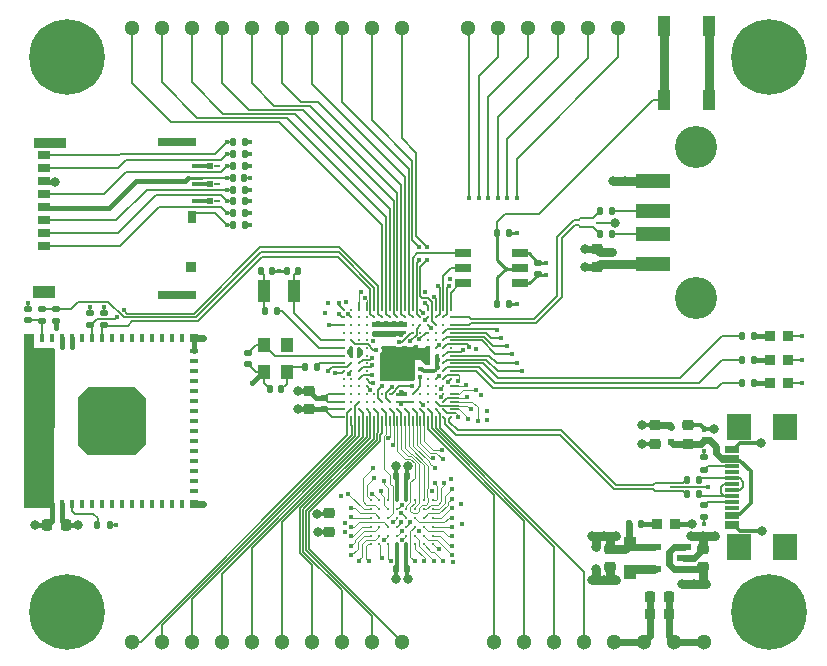
<source format=gbr>
%TF.GenerationSoftware,KiCad,Pcbnew,(6.0.10)*%
%TF.CreationDate,2023-06-21T21:11:03+02:00*%
%TF.ProjectId,FOX-PDA-v1,464f582d-5044-4412-9d76-312e6b696361,rev?*%
%TF.SameCoordinates,Original*%
%TF.FileFunction,Copper,L1,Top*%
%TF.FilePolarity,Positive*%
%FSLAX46Y46*%
G04 Gerber Fmt 4.6, Leading zero omitted, Abs format (unit mm)*
G04 Created by KiCad (PCBNEW (6.0.10)) date 2023-06-21 21:11:03*
%MOMM*%
%LPD*%
G01*
G04 APERTURE LIST*
G04 Aperture macros list*
%AMRoundRect*
0 Rectangle with rounded corners*
0 $1 Rounding radius*
0 $2 $3 $4 $5 $6 $7 $8 $9 X,Y pos of 4 corners*
0 Add a 4 corners polygon primitive as box body*
4,1,4,$2,$3,$4,$5,$6,$7,$8,$9,$2,$3,0*
0 Add four circle primitives for the rounded corners*
1,1,$1+$1,$2,$3*
1,1,$1+$1,$4,$5*
1,1,$1+$1,$6,$7*
1,1,$1+$1,$8,$9*
0 Add four rect primitives between the rounded corners*
20,1,$1+$1,$2,$3,$4,$5,0*
20,1,$1+$1,$4,$5,$6,$7,0*
20,1,$1+$1,$6,$7,$8,$9,0*
20,1,$1+$1,$8,$9,$2,$3,0*%
G04 Aperture macros list end*
%TA.AperFunction,SMDPad,CuDef*%
%ADD10RoundRect,0.225000X0.250000X-0.225000X0.250000X0.225000X-0.250000X0.225000X-0.250000X-0.225000X0*%
%TD*%
%TA.AperFunction,SMDPad,CuDef*%
%ADD11RoundRect,0.135000X-0.135000X-0.185000X0.135000X-0.185000X0.135000X0.185000X-0.135000X0.185000X0*%
%TD*%
%TA.AperFunction,SMDPad,CuDef*%
%ADD12R,1.000000X1.700000*%
%TD*%
%TA.AperFunction,SMDPad,CuDef*%
%ADD13RoundRect,0.140000X0.170000X-0.140000X0.170000X0.140000X-0.170000X0.140000X-0.170000X-0.140000X0*%
%TD*%
%TA.AperFunction,SMDPad,CuDef*%
%ADD14R,1.100000X1.900000*%
%TD*%
%TA.AperFunction,SMDPad,CuDef*%
%ADD15RoundRect,0.135000X0.135000X0.185000X-0.135000X0.185000X-0.135000X-0.185000X0.135000X-0.185000X0*%
%TD*%
%TA.AperFunction,SMDPad,CuDef*%
%ADD16R,1.100000X1.300000*%
%TD*%
%TA.AperFunction,ComponentPad*%
%ADD17C,0.800000*%
%TD*%
%TA.AperFunction,ComponentPad*%
%ADD18C,6.400000*%
%TD*%
%TA.AperFunction,SMDPad,CuDef*%
%ADD19RoundRect,0.225000X-0.250000X0.225000X-0.250000X-0.225000X0.250000X-0.225000X0.250000X0.225000X0*%
%TD*%
%TA.AperFunction,ComponentPad*%
%ADD20C,1.300000*%
%TD*%
%TA.AperFunction,SMDPad,CuDef*%
%ADD21R,1.385000X0.650000*%
%TD*%
%TA.AperFunction,SMDPad,CuDef*%
%ADD22RoundRect,0.225000X0.225000X0.250000X-0.225000X0.250000X-0.225000X-0.250000X0.225000X-0.250000X0*%
%TD*%
%TA.AperFunction,SMDPad,CuDef*%
%ADD23R,0.320000X0.510000*%
%TD*%
%TA.AperFunction,SMDPad,CuDef*%
%ADD24C,0.224000*%
%TD*%
%TA.AperFunction,SMDPad,CuDef*%
%ADD25R,1.150000X0.600000*%
%TD*%
%TA.AperFunction,SMDPad,CuDef*%
%ADD26R,1.150000X0.300000*%
%TD*%
%TA.AperFunction,SMDPad,CuDef*%
%ADD27R,2.000000X2.180000*%
%TD*%
%TA.AperFunction,SMDPad,CuDef*%
%ADD28R,0.950000X0.950000*%
%TD*%
%TA.AperFunction,SMDPad,CuDef*%
%ADD29R,0.500000X0.260000*%
%TD*%
%TA.AperFunction,SMDPad,CuDef*%
%ADD30R,0.590000X0.260000*%
%TD*%
%TA.AperFunction,SMDPad,CuDef*%
%ADD31R,0.620000X0.560000*%
%TD*%
%TA.AperFunction,SMDPad,CuDef*%
%ADD32R,0.600000X0.550000*%
%TD*%
%TA.AperFunction,SMDPad,CuDef*%
%ADD33R,1.000000X1.150000*%
%TD*%
%TA.AperFunction,SMDPad,CuDef*%
%ADD34R,0.400000X0.800000*%
%TD*%
%TA.AperFunction,SMDPad,CuDef*%
%ADD35R,0.800000X0.400000*%
%TD*%
%TA.AperFunction,SMDPad,CuDef*%
%ADD36R,1.200000X1.200000*%
%TD*%
%TA.AperFunction,SMDPad,CuDef*%
%ADD37R,0.800000X0.800000*%
%TD*%
%TA.AperFunction,SMDPad,CuDef*%
%ADD38RoundRect,0.135000X0.185000X-0.135000X0.185000X0.135000X-0.185000X0.135000X-0.185000X-0.135000X0*%
%TD*%
%TA.AperFunction,SMDPad,CuDef*%
%ADD39RoundRect,0.140000X0.140000X0.170000X-0.140000X0.170000X-0.140000X-0.170000X0.140000X-0.170000X0*%
%TD*%
%TA.AperFunction,SMDPad,CuDef*%
%ADD40RoundRect,0.140000X-0.140000X-0.170000X0.140000X-0.170000X0.140000X0.170000X-0.140000X0.170000X0*%
%TD*%
%TA.AperFunction,SMDPad,CuDef*%
%ADD41RoundRect,0.135000X-0.185000X0.135000X-0.185000X-0.135000X0.185000X-0.135000X0.185000X0.135000X0*%
%TD*%
%TA.AperFunction,SMDPad,CuDef*%
%ADD42R,0.930000X0.900000*%
%TD*%
%TA.AperFunction,SMDPad,CuDef*%
%ADD43R,0.780000X1.050000*%
%TD*%
%TA.AperFunction,SMDPad,CuDef*%
%ADD44R,1.830000X1.140000*%
%TD*%
%TA.AperFunction,SMDPad,CuDef*%
%ADD45R,2.800000X0.860000*%
%TD*%
%TA.AperFunction,SMDPad,CuDef*%
%ADD46R,3.330000X0.700000*%
%TD*%
%TA.AperFunction,SMDPad,CuDef*%
%ADD47R,1.100000X0.700000*%
%TD*%
%TA.AperFunction,SMDPad,CuDef*%
%ADD48R,0.914400X0.254000*%
%TD*%
%TA.AperFunction,SMDPad,CuDef*%
%ADD49R,0.914400X0.203200*%
%TD*%
%TA.AperFunction,SMDPad,CuDef*%
%ADD50RoundRect,0.140000X-0.170000X0.140000X-0.170000X-0.140000X0.170000X-0.140000X0.170000X0.140000X0*%
%TD*%
%TA.AperFunction,SMDPad,CuDef*%
%ADD51R,3.000000X1.300000*%
%TD*%
%TA.AperFunction,ComponentPad*%
%ADD52C,3.570000*%
%TD*%
%TA.AperFunction,SMDPad,CuDef*%
%ADD53C,0.330000*%
%TD*%
%TA.AperFunction,ViaPad*%
%ADD54C,0.450000*%
%TD*%
%TA.AperFunction,ViaPad*%
%ADD55C,0.800000*%
%TD*%
%TA.AperFunction,Conductor*%
%ADD56C,0.127000*%
%TD*%
%TA.AperFunction,Conductor*%
%ADD57C,0.600000*%
%TD*%
%TA.AperFunction,Conductor*%
%ADD58C,0.400000*%
%TD*%
%TA.AperFunction,Conductor*%
%ADD59C,0.800000*%
%TD*%
%TA.AperFunction,Conductor*%
%ADD60C,0.200000*%
%TD*%
%TA.AperFunction,Conductor*%
%ADD61C,0.250000*%
%TD*%
%TA.AperFunction,Conductor*%
%ADD62C,0.300000*%
%TD*%
%TA.AperFunction,Conductor*%
%ADD63C,0.090000*%
%TD*%
%TA.AperFunction,Conductor*%
%ADD64C,0.254000*%
%TD*%
G04 APERTURE END LIST*
D10*
%TO.P,C24,1*%
%TO.N,VBUS*%
X174600000Y-102725000D03*
%TO.P,C24,2*%
%TO.N,VSS*%
X174600000Y-101175000D03*
%TD*%
D11*
%TO.P,R18,1*%
%TO.N,SDMMC_CMD*%
X136050000Y-81200000D03*
%TO.P,R18,2*%
%TO.N,VDD*%
X137070000Y-81200000D03*
%TD*%
D10*
%TO.P,C25,1*%
%TO.N,VDD*%
X144200000Y-110175000D03*
%TO.P,C25,2*%
%TO.N,VSS*%
X144200000Y-108625000D03*
%TD*%
%TO.P,C40,1*%
%TO.N,VSS*%
X168000000Y-113175000D03*
%TO.P,C40,2*%
%TO.N,VDD*%
X168000000Y-111625000D03*
%TD*%
D12*
%TO.P,S1,1,NO_1*%
%TO.N,NRST*%
X172600000Y-73650000D03*
%TO.P,S1,2,NO_2*%
X172600000Y-67350000D03*
%TO.P,S1,3,COM_1*%
%TO.N,VSS*%
X176400000Y-73650000D03*
%TO.P,S1,4,COM_2*%
X176400000Y-67350000D03*
%TD*%
D13*
%TO.P,C35,1*%
%TO.N,VDD*%
X143825000Y-99825000D03*
%TO.P,C35,2*%
%TO.N,VSS*%
X143825000Y-98865000D03*
%TD*%
D11*
%TO.P,R4,1*%
%TO.N,USB_DEV_DN*%
X174490000Y-107020000D03*
%TO.P,R4,2*%
%TO.N,USB_DEV_RDN*%
X175510000Y-107020000D03*
%TD*%
D14*
%TO.P,Y2,1*%
%TO.N,RCC_OSC32_IN*%
X141250000Y-89800000D03*
%TO.P,Y2,2*%
%TO.N,Net-(C34-Pad1)*%
X138750000Y-89800000D03*
%TD*%
D15*
%TO.P,R22,1*%
%TO.N,Net-(LED1-Pad2)*%
X180210000Y-97600000D03*
%TO.P,R22,2*%
%TO.N,STATUS_LED_1*%
X179190000Y-97600000D03*
%TD*%
D11*
%TO.P,R19,1*%
%TO.N,SDMMC_CK*%
X136050000Y-79200000D03*
%TO.P,R19,2*%
%TO.N,VDD*%
X137070000Y-79200000D03*
%TD*%
D16*
%TO.P,Y1,1,IN/OUT*%
%TO.N,Net-(C31-Pad1)*%
X140620000Y-96650000D03*
%TO.P,Y1,2,GND_1*%
%TO.N,VSS*%
X140620000Y-94350000D03*
%TO.P,Y1,3,OUT/IN*%
%TO.N,RCC_OSC_IN*%
X138720000Y-94350000D03*
%TO.P,Y1,4,GND_2*%
%TO.N,VSS*%
X138720000Y-96650000D03*
%TD*%
D17*
%TO.P,H2,1,1*%
%TO.N,unconnected-(H2-Pad1)*%
X179100000Y-70000000D03*
X183900000Y-70000000D03*
D18*
X181500000Y-70000000D03*
D17*
X181500000Y-67600000D03*
X179802944Y-68302944D03*
X183197056Y-71697056D03*
X183197056Y-68302944D03*
X181500000Y-72400000D03*
X179802944Y-71697056D03*
%TD*%
D19*
%TO.P,C23,1*%
%TO.N,VCC*%
X171800000Y-101175000D03*
%TO.P,C23,2*%
%TO.N,VSS*%
X171800000Y-102725000D03*
%TD*%
D20*
%TO.P,J6,1,1*%
%TO.N,PF11*%
X150360000Y-119500000D03*
%TO.P,J6,2,2*%
%TO.N,PC5*%
X147820000Y-119500000D03*
%TO.P,J6,3,3*%
%TO.N,PB0*%
X145280000Y-119500000D03*
%TO.P,J6,4,4*%
%TO.N,PA5*%
X142740000Y-119500000D03*
%TO.P,J6,5,5*%
%TO.N,PB1*%
X140200000Y-119500000D03*
%TO.P,J6,6,6*%
%TO.N,PA6*%
X137660000Y-119500000D03*
%TO.P,J6,7,7*%
%TO.N,PA7*%
X135120000Y-119500000D03*
%TO.P,J6,8,8*%
%TO.N,PA0*%
X132580000Y-119500000D03*
%TO.P,J6,9,9*%
%TO.N,PA3*%
X130040000Y-119500000D03*
%TO.P,J6,10,10*%
%TO.N,PA2*%
X127500000Y-119500000D03*
%TD*%
%TO.P,J7,1,1*%
%TO.N,PI1*%
X156000000Y-67500000D03*
%TO.P,J7,2,2*%
%TO.N,PA10*%
X158540000Y-67500000D03*
%TO.P,J7,3,3*%
%TO.N,PI0*%
X161080000Y-67500000D03*
%TO.P,J7,4,4*%
%TO.N,PA9*%
X163620000Y-67500000D03*
%TO.P,J7,5,5*%
%TO.N,PC7*%
X166160000Y-67500000D03*
%TO.P,J7,6,6*%
%TO.N,PG8*%
X168700000Y-67500000D03*
%TD*%
D21*
%TO.P,J4,1,1*%
%TO.N,VDD*%
X160345500Y-89157500D03*
%TO.P,J4,2,2*%
%TO.N,SYS_SWDIO*%
X155529500Y-89157500D03*
%TO.P,J4,3,3*%
%TO.N,NRST*%
X160345500Y-87887500D03*
%TO.P,J4,4,4*%
%TO.N,SYS_SWCLK*%
X155529500Y-87887500D03*
%TO.P,J4,5,5*%
%TO.N,VSS*%
X160345500Y-86617500D03*
%TO.P,J4,6,6*%
%TO.N,SYS_SWO*%
X155529500Y-86617500D03*
%TD*%
D22*
%TO.P,C37,1*%
%TO.N,VDD*%
X121925000Y-109600000D03*
%TO.P,C37,2*%
%TO.N,VSS*%
X120375000Y-109600000D03*
%TD*%
D23*
%TO.P,D3,1*%
%TO.N,VBUS*%
X175950000Y-102450000D03*
%TO.P,D3,2*%
%TO.N,VSS*%
X175950000Y-101450000D03*
%TD*%
D24*
%TO.P,IC1,A1,PE3*%
%TO.N,PSRAM_A19*%
X145450000Y-91375000D03*
%TO.P,IC1,A2,PE2*%
%TO.N,unconnected-(IC1-PadA2)*%
X146100000Y-91375000D03*
%TO.P,IC1,A3,PE1*%
%TO.N,PSRAM_NBL1*%
X146750000Y-91375000D03*
%TO.P,IC1,A4,PE0*%
%TO.N,PSRAM_NBL0*%
X147400000Y-91375000D03*
%TO.P,IC1,A5,PB8*%
%TO.N,WIFI_ENABLE*%
X148050000Y-91375000D03*
%TO.P,IC1,A6,PB5*%
%TO.N,PB5*%
X148700000Y-91375000D03*
%TO.P,IC1,A7,PG14*%
%TO.N,PG14*%
X149350000Y-91375000D03*
%TO.P,IC1,A8,PG13*%
%TO.N,PG13*%
X150000000Y-91375000D03*
%TO.P,IC1,A9,PB4*%
%TO.N,PB4*%
X150650000Y-91375000D03*
%TO.P,IC1,A10,PB3*%
%TO.N,SYS_SWO*%
X151300000Y-91375000D03*
%TO.P,IC1,A11,PD7*%
%TO.N,PSRAM_CE#*%
X151950000Y-91375000D03*
%TO.P,IC1,A12,PC12*%
%TO.N,SDMMC_CK*%
X152600000Y-91375000D03*
%TO.P,IC1,A13,PA15*%
%TO.N,SDMMC_SW*%
X153250000Y-91375000D03*
%TO.P,IC1,A14,PA14*%
%TO.N,SYS_SWCLK*%
X153900000Y-91375000D03*
%TO.P,IC1,A15,PA13*%
%TO.N,SYS_SWDIO*%
X154550000Y-91375000D03*
%TO.P,IC1,B1,PE4*%
%TO.N,PSRAM_A20*%
X145450000Y-92025000D03*
%TO.P,IC1,B2,PE5*%
%TO.N,PSRAM_A21*%
X146100000Y-92025000D03*
%TO.P,IC1,B3,PE6*%
%TO.N,unconnected-(IC1-PadB3)*%
X146750000Y-92025000D03*
%TO.P,IC1,B4,PB9*%
%TO.N,unconnected-(IC1-PadB4)*%
X147400000Y-92025000D03*
%TO.P,IC1,B5,PB7*%
%TO.N,WIFI_UART_RX*%
X148050000Y-92025000D03*
%TO.P,IC1,B6,PB6*%
%TO.N,WIFI_UART_TX*%
X148700000Y-92025000D03*
%TO.P,IC1,B7,PG15*%
%TO.N,PG15*%
X149350000Y-92025000D03*
%TO.P,IC1,B8,PG12*%
%TO.N,PG12*%
X150000000Y-92025000D03*
%TO.P,IC1,B9,PG11*%
%TO.N,PG11*%
X150650000Y-92025000D03*
%TO.P,IC1,B10,PG10*%
%TO.N,PG10*%
X151300000Y-92025000D03*
%TO.P,IC1,B11,PD6*%
%TO.N,PD6*%
X151950000Y-92025000D03*
%TO.P,IC1,B12,PD0*%
%TO.N,PSRAM_DQ2*%
X152600000Y-92025000D03*
%TO.P,IC1,B13,PC11*%
%TO.N,SDMMC_D3*%
X153250000Y-92025000D03*
%TO.P,IC1,B14,PC10*%
%TO.N,SDMMC_D2*%
X153900000Y-92025000D03*
%TO.P,IC1,B15,PA12*%
%TO.N,USB_HOST_DP*%
X154550000Y-92025000D03*
%TO.P,IC1,C1,VBAT*%
%TO.N,VDD*%
X145450000Y-92675000D03*
%TO.P,IC1,C2,PI7*%
%TO.N,unconnected-(IC1-PadC2)*%
X146100000Y-92675000D03*
%TO.P,IC1,C3,PI6*%
%TO.N,unconnected-(IC1-PadC3)*%
X146750000Y-92675000D03*
%TO.P,IC1,C4,PI5*%
%TO.N,unconnected-(IC1-PadC4)*%
X147400000Y-92675000D03*
%TO.P,IC1,C5,VDD_1*%
%TO.N,VDD*%
X148050000Y-92675000D03*
%TO.P,IC1,C6,PDR_ON*%
X148700000Y-92675000D03*
%TO.P,IC1,C7,VDD_2*%
X149350000Y-92675000D03*
%TO.P,IC1,C8,VDD_3*%
X150000000Y-92675000D03*
%TO.P,IC1,C9,VDD_4*%
X150650000Y-92675000D03*
%TO.P,IC1,C10,PG9*%
%TO.N,unconnected-(IC1-PadC10)*%
X151300000Y-92675000D03*
%TO.P,IC1,C11,PD5*%
%TO.N,PSRAM_WE#*%
X151950000Y-92675000D03*
%TO.P,IC1,C12,PD1*%
%TO.N,PSRAM_DQ3*%
X152600000Y-92675000D03*
%TO.P,IC1,C13,PI3*%
%TO.N,PI3*%
X153250000Y-92675000D03*
%TO.P,IC1,C14,PI2*%
%TO.N,USB_OTG_VBUS_EN*%
X153900000Y-92675000D03*
%TO.P,IC1,C15,PA11*%
%TO.N,USB_HOST_DN*%
X154550000Y-92675000D03*
%TO.P,IC1,D1,PC13*%
%TO.N,unconnected-(IC1-PadD1)*%
X145450000Y-93325000D03*
%TO.P,IC1,D2,PI8*%
%TO.N,unconnected-(IC1-PadD2)*%
X146100000Y-93325000D03*
%TO.P,IC1,D3,PI9*%
%TO.N,unconnected-(IC1-PadD3)*%
X146750000Y-93325000D03*
%TO.P,IC1,D4,PI4*%
%TO.N,unconnected-(IC1-PadD4)*%
X147400000Y-93325000D03*
%TO.P,IC1,D5,VSS_1*%
%TO.N,VSS*%
X148050000Y-93325000D03*
%TO.P,IC1,D6,BOOT0*%
X148700000Y-93325000D03*
%TO.P,IC1,D7,VSS_2*%
X149350000Y-93325000D03*
%TO.P,IC1,D8,VSS_3*%
X150000000Y-93325000D03*
%TO.P,IC1,D9,VSS_4*%
X150650000Y-93325000D03*
%TO.P,IC1,D10,PD4*%
%TO.N,PSRAM_OE#*%
X151300000Y-93325000D03*
%TO.P,IC1,D11,PD3*%
%TO.N,unconnected-(IC1-PadD11)*%
X151950000Y-93325000D03*
%TO.P,IC1,D12,PD2*%
%TO.N,SDMMC_CMD*%
X152600000Y-93325000D03*
%TO.P,IC1,D13,PH15*%
%TO.N,unconnected-(IC1-PadD13)*%
X153250000Y-93325000D03*
%TO.P,IC1,D14,PI1*%
%TO.N,PI1*%
X153900000Y-93325000D03*
%TO.P,IC1,D15,PA10*%
%TO.N,PA10*%
X154550000Y-93325000D03*
%TO.P,IC1,E1,PC14*%
%TO.N,RCC_OSC32_IN*%
X145450000Y-93975000D03*
%TO.P,IC1,E2,PF0*%
%TO.N,PSRAM_A0*%
X146100000Y-93975000D03*
%TO.P,IC1,E3,PI10*%
%TO.N,unconnected-(IC1-PadE3)*%
X146750000Y-93975000D03*
%TO.P,IC1,E4,PI11*%
%TO.N,unconnected-(IC1-PadE4)*%
X147400000Y-93975000D03*
%TO.P,IC1,E12,PH13*%
%TO.N,unconnected-(IC1-PadE12)*%
X152600000Y-93975000D03*
%TO.P,IC1,E13,PH14*%
%TO.N,unconnected-(IC1-PadE13)*%
X153250000Y-93975000D03*
%TO.P,IC1,E14,PI0*%
%TO.N,PI0*%
X153900000Y-93975000D03*
%TO.P,IC1,E15,PA9*%
%TO.N,PA9*%
X154550000Y-93975000D03*
%TO.P,IC1,F1,PC15*%
%TO.N,RCC_OSC32_OUT*%
X145450000Y-94625000D03*
%TO.P,IC1,F2,VSS_5*%
%TO.N,VSS*%
X146100000Y-94625000D03*
%TO.P,IC1,F3,VDD_5*%
%TO.N,VDD*%
X146750000Y-94625000D03*
%TO.P,IC1,F4,PH2*%
%TO.N,unconnected-(IC1-PadF4)*%
X147400000Y-94625000D03*
%TO.P,IC1,F6,VSS_6*%
%TO.N,VSS*%
X148700000Y-94625000D03*
%TO.P,IC1,F7,VSS_7*%
X149350000Y-94625000D03*
%TO.P,IC1,F8,VSS_8*%
X150000000Y-94625000D03*
%TO.P,IC1,F9,VSS_9*%
X150650000Y-94625000D03*
%TO.P,IC1,F10,VSS_10*%
X151300000Y-94625000D03*
%TO.P,IC1,F12,VSS_11*%
X152600000Y-94625000D03*
%TO.P,IC1,F13,VCAP2*%
%TO.N,VCAP2*%
X153250000Y-94625000D03*
%TO.P,IC1,F14,PC9*%
%TO.N,SDMMC_D1*%
X153900000Y-94625000D03*
%TO.P,IC1,F15,PA8*%
%TO.N,unconnected-(IC1-PadF15)*%
X154550000Y-94625000D03*
%TO.P,IC1,G1,PH0*%
%TO.N,RCC_OSC_IN*%
X145450000Y-95275000D03*
%TO.P,IC1,G2,VSS_12*%
%TO.N,VSS*%
X146100000Y-95275000D03*
%TO.P,IC1,G3,VDD_6*%
%TO.N,VDD*%
X146750000Y-95275000D03*
%TO.P,IC1,G4,PH3*%
%TO.N,unconnected-(IC1-PadG4)*%
X147400000Y-95275000D03*
%TO.P,IC1,G6,VSS_13*%
%TO.N,VSS*%
X148700000Y-95275000D03*
%TO.P,IC1,G7,VSS_14*%
X149350000Y-95275000D03*
%TO.P,IC1,G8,VSS_15*%
X150000000Y-95275000D03*
%TO.P,IC1,G9,VSS_16*%
X150650000Y-95275000D03*
%TO.P,IC1,G10,VSS_17*%
X151300000Y-95275000D03*
%TO.P,IC1,G12,VSS_18*%
X152600000Y-95275000D03*
%TO.P,IC1,G13,VDD_7*%
%TO.N,VDD*%
X153250000Y-95275000D03*
%TO.P,IC1,G14,PC8*%
%TO.N,SDMMC_D0*%
X153900000Y-95275000D03*
%TO.P,IC1,G15,PC7*%
%TO.N,PC7*%
X154550000Y-95275000D03*
%TO.P,IC1,H1,PH1*%
%TO.N,RCC_OSC_OUT*%
X145450000Y-95925000D03*
%TO.P,IC1,H2,PF2*%
%TO.N,PSRAM_A2*%
X146100000Y-95925000D03*
%TO.P,IC1,H3,PF1*%
%TO.N,PSRAM_A1*%
X146750000Y-95925000D03*
%TO.P,IC1,H4,PH4*%
%TO.N,unconnected-(IC1-PadH4)*%
X147400000Y-95925000D03*
%TO.P,IC1,H6,VSS_19*%
%TO.N,VSS*%
X148700000Y-95925000D03*
%TO.P,IC1,H7,VSS_20*%
X149350000Y-95925000D03*
%TO.P,IC1,H8,VSS_21*%
X150000000Y-95925000D03*
%TO.P,IC1,H9,VSS_22*%
X150650000Y-95925000D03*
%TO.P,IC1,H10,VSS_23*%
X151300000Y-95925000D03*
%TO.P,IC1,H12,VSS_24*%
X152600000Y-95925000D03*
%TO.P,IC1,H13,VDDUSB*%
%TO.N,VDD*%
X153250000Y-95925000D03*
%TO.P,IC1,H14,PG8*%
%TO.N,PG8*%
X153900000Y-95925000D03*
%TO.P,IC1,H15,PC6*%
%TO.N,STATUS_LED_3*%
X154550000Y-95925000D03*
%TO.P,IC1,J1,NRST*%
%TO.N,NRST*%
X145450000Y-96575000D03*
%TO.P,IC1,J2,PF3*%
%TO.N,PSRAM_A3*%
X146100000Y-96575000D03*
%TO.P,IC1,J3,PF4*%
%TO.N,PSRAM_A4*%
X146750000Y-96575000D03*
%TO.P,IC1,J4,PH5*%
%TO.N,unconnected-(IC1-PadJ4)*%
X147400000Y-96575000D03*
%TO.P,IC1,J6,VSS_25*%
%TO.N,VSS*%
X148700000Y-96575000D03*
%TO.P,IC1,J7,VSS_26*%
X149350000Y-96575000D03*
%TO.P,IC1,J8,VSS_27*%
X150000000Y-96575000D03*
%TO.P,IC1,J9,VSS_28*%
X150650000Y-96575000D03*
%TO.P,IC1,J10,VSS_29*%
X151300000Y-96575000D03*
%TO.P,IC1,J12,VDD_8*%
%TO.N,VDD*%
X152600000Y-96575000D03*
%TO.P,IC1,J13,VDD_9*%
X153250000Y-96575000D03*
%TO.P,IC1,J14,PG7*%
%TO.N,STATUS_LED_2*%
X153900000Y-96575000D03*
%TO.P,IC1,J15,PG6*%
%TO.N,STATUS_LED_1*%
X154550000Y-96575000D03*
%TO.P,IC1,K1,PF7*%
%TO.N,STATUS_LED*%
X145450000Y-97225000D03*
%TO.P,IC1,K2,PF6*%
%TO.N,unconnected-(IC1-PadK2)*%
X146100000Y-97225000D03*
%TO.P,IC1,K3,PF5*%
%TO.N,PSRAM_A5*%
X146750000Y-97225000D03*
%TO.P,IC1,K4,VDD_10*%
%TO.N,VDD*%
X147400000Y-97225000D03*
%TO.P,IC1,K6,VSS_30*%
%TO.N,VSS*%
X148700000Y-97225000D03*
%TO.P,IC1,K7,VSS_31*%
X149350000Y-97225000D03*
%TO.P,IC1,K8,VSS_32*%
X150000000Y-97225000D03*
%TO.P,IC1,K9,VSS_33*%
X150650000Y-97225000D03*
%TO.P,IC1,K10,VSS_34*%
X151300000Y-97225000D03*
%TO.P,IC1,K12,PH12*%
%TO.N,unconnected-(IC1-PadK12)*%
X152600000Y-97225000D03*
%TO.P,IC1,K13,PG5*%
%TO.N,PSRAM_A15*%
X153250000Y-97225000D03*
%TO.P,IC1,K14,PG4*%
%TO.N,PSRAM_A14*%
X153900000Y-97225000D03*
%TO.P,IC1,K15,PG3*%
%TO.N,PSRAM_A13*%
X154550000Y-97225000D03*
%TO.P,IC1,L1,PF10*%
%TO.N,unconnected-(IC1-PadL1)*%
X145450000Y-97875000D03*
%TO.P,IC1,L2,PF9*%
%TO.N,unconnected-(IC1-PadL2)*%
X146100000Y-97875000D03*
%TO.P,IC1,L3,PF8*%
%TO.N,unconnected-(IC1-PadL3)*%
X146750000Y-97875000D03*
%TO.P,IC1,L4,BYPASS_REG*%
%TO.N,VSS*%
X147400000Y-97875000D03*
%TO.P,IC1,L12,PH11*%
%TO.N,unconnected-(IC1-PadL12)*%
X152600000Y-97875000D03*
%TO.P,IC1,L13,PH10*%
%TO.N,unconnected-(IC1-PadL13)*%
X153250000Y-97875000D03*
%TO.P,IC1,L14,PD15*%
%TO.N,PSRAM_DQ1*%
X153900000Y-97875000D03*
%TO.P,IC1,L15,PG2*%
%TO.N,PSRAM_A12*%
X154550000Y-97875000D03*
%TO.P,IC1,M1,VSSA*%
%TO.N,VSS*%
X145450000Y-98525000D03*
%TO.P,IC1,M2,PC0*%
%TO.N,unconnected-(IC1-PadM2)*%
X146100000Y-98525000D03*
%TO.P,IC1,M3,PC1*%
%TO.N,unconnected-(IC1-PadM3)*%
X146750000Y-98525000D03*
%TO.P,IC1,M4,PC2*%
%TO.N,unconnected-(IC1-PadM4)*%
X147400000Y-98525000D03*
%TO.P,IC1,M5,PC3*%
%TO.N,unconnected-(IC1-PadM5)*%
X148050000Y-98525000D03*
%TO.P,IC1,M6,PB2*%
%TO.N,unconnected-(IC1-PadM6)*%
X148700000Y-98525000D03*
%TO.P,IC1,M7,PG1*%
%TO.N,PSRAM_A11*%
X149350000Y-98525000D03*
%TO.P,IC1,M8,VSS_35*%
%TO.N,VSS*%
X150000000Y-98525000D03*
%TO.P,IC1,M9,VSS_36*%
X150650000Y-98525000D03*
%TO.P,IC1,M10,VCAP_1*%
%TO.N,VCAP1*%
X151300000Y-98525000D03*
%TO.P,IC1,M11,PH6*%
%TO.N,unconnected-(IC1-PadM11)*%
X151950000Y-98525000D03*
%TO.P,IC1,M12,PH8*%
%TO.N,unconnected-(IC1-PadM12)*%
X152600000Y-98525000D03*
%TO.P,IC1,M13,PH9*%
%TO.N,unconnected-(IC1-PadM13)*%
X153250000Y-98525000D03*
%TO.P,IC1,M14,PD14*%
%TO.N,PSRAM_DQ0*%
X153900000Y-98525000D03*
%TO.P,IC1,M15,PD13*%
%TO.N,PSRAM_A18*%
X154550000Y-98525000D03*
%TO.P,IC1,N1,VREF-*%
%TO.N,VSS*%
X145450000Y-99175000D03*
%TO.P,IC1,N2,PA1*%
%TO.N,unconnected-(IC1-PadN2)*%
X146100000Y-99175000D03*
%TO.P,IC1,N3,PA0*%
%TO.N,PA0*%
X146750000Y-99175000D03*
%TO.P,IC1,N4,PA4*%
%TO.N,unconnected-(IC1-PadN4)*%
X147400000Y-99175000D03*
%TO.P,IC1,N5,PC4*%
%TO.N,unconnected-(IC1-PadN5)*%
X148050000Y-99175000D03*
%TO.P,IC1,N6,PF13*%
%TO.N,PSRAM_A7*%
X148700000Y-99175000D03*
%TO.P,IC1,N7,PG0*%
%TO.N,PSRAM_A10*%
X149350000Y-99175000D03*
%TO.P,IC1,N8,VDD_11*%
%TO.N,VDD*%
X150000000Y-99175000D03*
%TO.P,IC1,N9,VDD_12*%
X150650000Y-99175000D03*
%TO.P,IC1,N10,VDD_13*%
X151300000Y-99175000D03*
%TO.P,IC1,N11,PE13*%
%TO.N,PSRAM_DQ10*%
X151950000Y-99175000D03*
%TO.P,IC1,N12,PH7*%
%TO.N,unconnected-(IC1-PadN12)*%
X152600000Y-99175000D03*
%TO.P,IC1,N13,PD12*%
%TO.N,PSRAM_A17*%
X153250000Y-99175000D03*
%TO.P,IC1,N14,PD11*%
%TO.N,PSRAM_A16*%
X153900000Y-99175000D03*
%TO.P,IC1,N15,PD10*%
%TO.N,PSRAM_DQ15*%
X154550000Y-99175000D03*
%TO.P,IC1,P1,VREF+*%
%TO.N,VDD*%
X145450000Y-99825000D03*
%TO.P,IC1,P2,PA2*%
%TO.N,PA2*%
X146100000Y-99825000D03*
%TO.P,IC1,P3,PA6*%
%TO.N,PA6*%
X146750000Y-99825000D03*
%TO.P,IC1,P4,PA5*%
%TO.N,PA5*%
X147400000Y-99825000D03*
%TO.P,IC1,P5,PC5*%
%TO.N,PC5*%
X148050000Y-99825000D03*
%TO.P,IC1,P6,PF12*%
%TO.N,PSRAM_A6*%
X148700000Y-99825000D03*
%TO.P,IC1,P7,PF15*%
%TO.N,PSRAM_A9*%
X149350000Y-99825000D03*
%TO.P,IC1,P8,PE8*%
%TO.N,PSRAM_DQ5*%
X150000000Y-99825000D03*
%TO.P,IC1,P9,PE9*%
%TO.N,PSRAM_DQ6*%
X150650000Y-99825000D03*
%TO.P,IC1,P10,PE11*%
%TO.N,PSRAM_DQ8*%
X151300000Y-99825000D03*
%TO.P,IC1,P11,PE14*%
%TO.N,PSRAM_DQ11*%
X151950000Y-99825000D03*
%TO.P,IC1,P12,PB12*%
%TO.N,PB12*%
X152600000Y-99825000D03*
%TO.P,IC1,P13,PB13*%
%TO.N,PB13*%
X153250000Y-99825000D03*
%TO.P,IC1,P14,PD9*%
%TO.N,PSRAM_DQ14*%
X153900000Y-99825000D03*
%TO.P,IC1,P15,PD8*%
%TO.N,PSRAM_DQ13*%
X154550000Y-99825000D03*
%TO.P,IC1,R1,VDDA*%
%TO.N,VDD*%
X145450000Y-100475000D03*
%TO.P,IC1,R2,PA3*%
%TO.N,PA3*%
X146100000Y-100475000D03*
%TO.P,IC1,R3,PA7*%
%TO.N,PA7*%
X146750000Y-100475000D03*
%TO.P,IC1,R4,PB1*%
%TO.N,PB1*%
X147400000Y-100475000D03*
%TO.P,IC1,R5,PB0*%
%TO.N,PB0*%
X148050000Y-100475000D03*
%TO.P,IC1,R6,PF11*%
%TO.N,PF11*%
X148700000Y-100475000D03*
%TO.P,IC1,R7,PF14*%
%TO.N,PSRAM_A8*%
X149350000Y-100475000D03*
%TO.P,IC1,R8,PE7*%
%TO.N,PSRAM_DQ4*%
X150000000Y-100475000D03*
%TO.P,IC1,R9,PE10*%
%TO.N,PSRAM_DQ7*%
X150650000Y-100475000D03*
%TO.P,IC1,R10,PE12*%
%TO.N,PSRAM_DQ9*%
X151300000Y-100475000D03*
%TO.P,IC1,R11,PE15*%
%TO.N,PSRAM_DQ12*%
X151950000Y-100475000D03*
%TO.P,IC1,R12,PB10*%
%TO.N,PB10*%
X152600000Y-100475000D03*
%TO.P,IC1,R13,PB11*%
%TO.N,PB11*%
X153250000Y-100475000D03*
%TO.P,IC1,R14,PB14*%
%TO.N,USB_DEV_DN*%
X153900000Y-100475000D03*
%TO.P,IC1,R15,PB15*%
%TO.N,USB_DEV_DP*%
X154550000Y-100475000D03*
%TD*%
D25*
%TO.P,IC6,1,VIN*%
%TO.N,VCC*%
X174250000Y-113350000D03*
%TO.P,IC6,2,GND*%
%TO.N,VSS*%
X174250000Y-112400000D03*
%TO.P,IC6,3,EN*%
%TO.N,VCC*%
X174250000Y-111450000D03*
%TO.P,IC6,4,FB*%
%TO.N,VDD*%
X171750000Y-111450000D03*
%TO.P,IC6,5,SW*%
%TO.N,Net-(IC6-Pad5)*%
X171750000Y-113350000D03*
%TD*%
D13*
%TO.P,C30,1*%
%TO.N,Net-(C30-Pad1)*%
X118725000Y-92280000D03*
%TO.P,C30,2*%
%TO.N,VSS*%
X118725000Y-91320000D03*
%TD*%
D26*
%TO.P,J2,A1,A1*%
%TO.N,VSS*%
X178322000Y-109750000D03*
%TO.P,J2,A4,A4*%
%TO.N,VBUS*%
X178322000Y-108950000D03*
%TO.P,J2,A5,A5*%
%TO.N,CC1*%
X178322000Y-107650000D03*
%TO.P,J2,A6,A6*%
%TO.N,USB_DEV_RDP*%
X178322000Y-106650000D03*
%TO.P,J2,A7,A7*%
%TO.N,USB_DEV_RDN*%
X178322000Y-106150000D03*
%TO.P,J2,A8,A8*%
%TO.N,unconnected-(J2-PadA8)*%
X178322000Y-105150000D03*
%TO.P,J2,A9,A9*%
%TO.N,VBUS*%
X178322000Y-103850000D03*
%TO.P,J2,A12,A12*%
%TO.N,VSS*%
X178322000Y-103050000D03*
%TO.P,J2,B1,B1*%
X178322000Y-103350000D03*
%TO.P,J2,B4,B4*%
%TO.N,VBUS*%
X178322000Y-104150000D03*
%TO.P,J2,B5,B5*%
%TO.N,CC2*%
X178322000Y-104650000D03*
%TO.P,J2,B6,B6*%
%TO.N,USB_DEV_RDP*%
X178322000Y-105650000D03*
%TO.P,J2,B7,B7*%
%TO.N,USB_DEV_RDN*%
X178322000Y-107150000D03*
%TO.P,J2,B8,B8*%
%TO.N,unconnected-(J2-PadB8)*%
X178322000Y-108150000D03*
%TO.P,J2,B9,B9*%
%TO.N,VBUS*%
X178322000Y-108650000D03*
%TO.P,J2,B12,B12*%
%TO.N,VSS*%
X178322000Y-109450000D03*
D27*
%TO.P,J2,MP1,MP1*%
%TO.N,unconnected-(J2-PadMP1)*%
X182827000Y-111510000D03*
%TO.P,J2,MP2,MP2*%
%TO.N,unconnected-(J2-PadMP2)*%
X182827000Y-101290000D03*
%TO.P,J2,MP3,MP3*%
%TO.N,unconnected-(J2-PadMP3)*%
X178897000Y-111510000D03*
%TO.P,J2,MP4,MP4*%
%TO.N,unconnected-(J2-PadMP4)*%
X178897000Y-101290000D03*
%TD*%
D28*
%TO.P,LED2,1*%
%TO.N,VSS*%
X183050000Y-95600000D03*
%TO.P,LED2,2*%
%TO.N,Net-(LED2-Pad2)*%
X181550000Y-95600000D03*
%TD*%
D29*
%TO.P,D1,1,I/O_1*%
%TO.N,SDMMC_D1*%
X133490000Y-78200000D03*
%TO.P,D1,2,I/O_2*%
%TO.N,SDMMC_D0*%
X133490000Y-78700000D03*
D30*
%TO.P,D1,3,GND_1*%
%TO.N,VSS*%
X133535000Y-79200000D03*
D29*
%TO.P,D1,4,I/O_3*%
%TO.N,SDMMC_CK*%
X133490000Y-79700000D03*
%TO.P,D1,5,I/O_4*%
%TO.N,VDD*%
X133490000Y-80200000D03*
D30*
%TO.P,D1,6,GND_2*%
%TO.N,VSS*%
X133535000Y-80700000D03*
D29*
%TO.P,D1,7,I/O_5*%
%TO.N,SDMMC_CMD*%
X133490000Y-81200000D03*
%TO.P,D1,8,I/O_6*%
%TO.N,SDMMC_D3*%
X133490000Y-81700000D03*
D30*
%TO.P,D1,9,GND_3*%
%TO.N,VSS*%
X133535000Y-82200000D03*
D29*
%TO.P,D1,10,I/O_7*%
%TO.N,SDMMC_D2*%
X133490000Y-82700000D03*
%TO.P,D1,11,I/O_8*%
%TO.N,SDMMC_SW*%
X133490000Y-83200000D03*
D30*
%TO.P,D1,12,GND_4*%
%TO.N,VSS*%
X134745000Y-82200000D03*
%TO.P,D1,13,GND_5*%
X134745000Y-80700000D03*
%TO.P,D1,14,GND_6*%
X134745000Y-79200000D03*
D31*
%TO.P,D1,15,GND_7*%
X134140000Y-79200000D03*
%TO.P,D1,16,GND_8*%
X134140000Y-80700000D03*
%TO.P,D1,17,GND_9*%
X134140000Y-82200000D03*
%TD*%
D11*
%TO.P,R13,1*%
%TO.N,SDMMC_SW*%
X136050000Y-84200000D03*
%TO.P,R13,2*%
%TO.N,VDD*%
X137070000Y-84200000D03*
%TD*%
D32*
%TO.P,FB1,1,1*%
%TO.N,VCC*%
X173200000Y-101300000D03*
%TO.P,FB1,2,2*%
%TO.N,VBUS*%
X173200000Y-102600000D03*
%TD*%
D20*
%TO.P,J5,1,1*%
%TO.N,PB5*%
X127500000Y-67500000D03*
%TO.P,J5,2,2*%
%TO.N,PG15*%
X130040000Y-67500000D03*
%TO.P,J5,3,3*%
%TO.N,PG14*%
X132580000Y-67500000D03*
%TO.P,J5,4,4*%
%TO.N,PG12*%
X135120000Y-67500000D03*
%TO.P,J5,5,5*%
%TO.N,PG13*%
X137660000Y-67500000D03*
%TO.P,J5,6,6*%
%TO.N,PG11*%
X140200000Y-67500000D03*
%TO.P,J5,7,7*%
%TO.N,PB4*%
X142740000Y-67500000D03*
%TO.P,J5,8,8*%
%TO.N,PG10*%
X145280000Y-67500000D03*
%TO.P,J5,9,9*%
%TO.N,PD6*%
X147820000Y-67500000D03*
%TO.P,J5,10,10*%
%TO.N,PI3*%
X150360000Y-67500000D03*
%TD*%
D11*
%TO.P,R2,1*%
%TO.N,USB_HOST_DN*%
X167190000Y-85000000D03*
%TO.P,R2,2*%
%TO.N,USB_HOST_RDN*%
X168210000Y-85000000D03*
%TD*%
D33*
%TO.P,L1,1*%
%TO.N,VDD*%
X169700000Y-111225000D03*
%TO.P,L1,2*%
%TO.N,Net-(IC6-Pad5)*%
X169700000Y-113575000D03*
%TD*%
D11*
%TO.P,R7,1*%
%TO.N,NRST*%
X158430000Y-90880000D03*
%TO.P,R7,2*%
%TO.N,VDD*%
X159450000Y-90880000D03*
%TD*%
D34*
%TO.P,IC3,1,GND_1*%
%TO.N,VSS*%
X119875000Y-107800000D03*
%TO.P,IC3,2,GND_2*%
X120725000Y-107800000D03*
%TO.P,IC3,3,3V3*%
%TO.N,VDD*%
X121575000Y-107800000D03*
%TO.P,IC3,4,IO0*%
%TO.N,WIFI_BOOT*%
X122425000Y-107800000D03*
%TO.P,IC3,5,IO1*%
%TO.N,unconnected-(IC3-Pad5)*%
X123275000Y-107800000D03*
%TO.P,IC3,6,IO2*%
%TO.N,unconnected-(IC3-Pad6)*%
X124125000Y-107800000D03*
%TO.P,IC3,7,IO3*%
%TO.N,unconnected-(IC3-Pad7)*%
X124975000Y-107800000D03*
%TO.P,IC3,8,IO4*%
%TO.N,unconnected-(IC3-Pad8)*%
X125825000Y-107800000D03*
%TO.P,IC3,9,IO5*%
%TO.N,unconnected-(IC3-Pad9)*%
X126675000Y-107800000D03*
%TO.P,IC3,10,IO6*%
%TO.N,unconnected-(IC3-Pad10)*%
X127525000Y-107800000D03*
%TO.P,IC3,11,IO7*%
%TO.N,unconnected-(IC3-Pad11)*%
X128375000Y-107800000D03*
%TO.P,IC3,12,IO8*%
%TO.N,unconnected-(IC3-Pad12)*%
X129225000Y-107800000D03*
%TO.P,IC3,13,IO9*%
%TO.N,unconnected-(IC3-Pad13)*%
X130075000Y-107800000D03*
%TO.P,IC3,14,IO10*%
%TO.N,unconnected-(IC3-Pad14)*%
X130925000Y-107800000D03*
%TO.P,IC3,15,IO11*%
%TO.N,unconnected-(IC3-Pad15)*%
X131775000Y-107800000D03*
D35*
%TO.P,IC3,16,IO12*%
%TO.N,unconnected-(IC3-Pad16)*%
X132825000Y-106750000D03*
%TO.P,IC3,17,IO13*%
%TO.N,unconnected-(IC3-Pad17)*%
X132825000Y-105900000D03*
%TO.P,IC3,18,IO14*%
%TO.N,unconnected-(IC3-Pad18)*%
X132825000Y-105050000D03*
%TO.P,IC3,19,IO15*%
%TO.N,unconnected-(IC3-Pad19)*%
X132825000Y-104200000D03*
%TO.P,IC3,20,IO16*%
%TO.N,unconnected-(IC3-Pad20)*%
X132825000Y-103350000D03*
%TO.P,IC3,21,IO17*%
%TO.N,unconnected-(IC3-Pad21)*%
X132825000Y-102500000D03*
%TO.P,IC3,22,IO18*%
%TO.N,unconnected-(IC3-Pad22)*%
X132825000Y-101650000D03*
%TO.P,IC3,23,IO19*%
%TO.N,unconnected-(IC3-Pad23)*%
X132825000Y-100800000D03*
%TO.P,IC3,24,IO20*%
%TO.N,unconnected-(IC3-Pad24)*%
X132825000Y-99950000D03*
%TO.P,IC3,25,IO21*%
%TO.N,unconnected-(IC3-Pad25)*%
X132825000Y-99100000D03*
%TO.P,IC3,26,IO26*%
%TO.N,unconnected-(IC3-Pad26)*%
X132825000Y-98250000D03*
%TO.P,IC3,27,NC*%
%TO.N,unconnected-(IC3-Pad27)*%
X132825000Y-97400000D03*
%TO.P,IC3,28,IO33*%
%TO.N,unconnected-(IC3-Pad28)*%
X132825000Y-96550000D03*
%TO.P,IC3,29,IO34*%
%TO.N,unconnected-(IC3-Pad29)*%
X132825000Y-95700000D03*
%TO.P,IC3,30,GND_3*%
%TO.N,VSS*%
X132825000Y-94850000D03*
D34*
%TO.P,IC3,31,IO35*%
%TO.N,unconnected-(IC3-Pad31)*%
X131775000Y-93800000D03*
%TO.P,IC3,32,IO36*%
%TO.N,unconnected-(IC3-Pad32)*%
X130925000Y-93800000D03*
%TO.P,IC3,33,IO37*%
%TO.N,unconnected-(IC3-Pad33)*%
X130075000Y-93800000D03*
%TO.P,IC3,34,IO38*%
%TO.N,unconnected-(IC3-Pad34)*%
X129225000Y-93800000D03*
%TO.P,IC3,35,IO39*%
%TO.N,unconnected-(IC3-Pad35)*%
X128375000Y-93800000D03*
%TO.P,IC3,36,IO40*%
%TO.N,unconnected-(IC3-Pad36)*%
X127525000Y-93800000D03*
%TO.P,IC3,37,IO41*%
%TO.N,unconnected-(IC3-Pad37)*%
X126675000Y-93800000D03*
%TO.P,IC3,38,IO42*%
%TO.N,unconnected-(IC3-Pad38)*%
X125825000Y-93800000D03*
%TO.P,IC3,39,TXD0*%
%TO.N,WIFI_UART_RX*%
X124975000Y-93800000D03*
%TO.P,IC3,40,RXD0*%
%TO.N,WIFI_UART_TX*%
X124125000Y-93800000D03*
%TO.P,IC3,41,IO45*%
%TO.N,unconnected-(IC3-Pad41)*%
X123275000Y-93800000D03*
%TO.P,IC3,42,GND_4*%
%TO.N,VSS*%
X122425000Y-93800000D03*
%TO.P,IC3,43,GND_5*%
X121575000Y-93800000D03*
%TO.P,IC3,44,IO46*%
%TO.N,unconnected-(IC3-Pad44)*%
X120725000Y-93800000D03*
%TO.P,IC3,45,EN*%
%TO.N,Net-(C30-Pad1)*%
X119875000Y-93800000D03*
D35*
%TO.P,IC3,46,GND_6*%
%TO.N,VSS*%
X118825000Y-94850000D03*
%TO.P,IC3,47,GND_7*%
X118825000Y-95700000D03*
%TO.P,IC3,48,GND_8*%
X118825000Y-96550000D03*
%TO.P,IC3,49,GND_9*%
X118825000Y-97400000D03*
%TO.P,IC3,50,GND_10*%
X118825000Y-98250000D03*
%TO.P,IC3,51,GND_11*%
X118825000Y-99100000D03*
%TO.P,IC3,52,GND_12*%
X118825000Y-99950000D03*
%TO.P,IC3,53,GND_13*%
X118825000Y-100800000D03*
%TO.P,IC3,54,GND_14*%
X118825000Y-101650000D03*
%TO.P,IC3,55,GND_15*%
X118825000Y-102500000D03*
%TO.P,IC3,56,GND_16*%
X118825000Y-103350000D03*
%TO.P,IC3,57,GND_17*%
X118825000Y-104200000D03*
%TO.P,IC3,58,GND_18*%
X118825000Y-105050000D03*
%TO.P,IC3,59,GND_19*%
X118825000Y-105900000D03*
%TO.P,IC3,60,GND_20*%
X118825000Y-106750000D03*
D36*
%TO.P,IC3,61,GND_21*%
X125825000Y-100800000D03*
D37*
%TO.P,IC3,62,GND_22*%
X118825000Y-107800000D03*
%TO.P,IC3,63,GND_23*%
X132825000Y-107800000D03*
%TO.P,IC3,64,GND_24*%
X132825000Y-93800000D03*
%TO.P,IC3,65,GND_25*%
X118825000Y-93800000D03*
D36*
%TO.P,IC3,66,GND_26*%
X124175000Y-102450000D03*
%TO.P,IC3,67,GND_27*%
X125825000Y-102450000D03*
%TO.P,IC3,68,GND_28*%
X127475000Y-102450000D03*
%TO.P,IC3,69,GND_29*%
X127475000Y-100800000D03*
%TO.P,IC3,70,GND_30*%
X127475000Y-99150000D03*
%TO.P,IC3,71,GND_31*%
X125825000Y-99150000D03*
%TO.P,IC3,72,GND_32*%
X124175000Y-99150000D03*
%TO.P,IC3,73,GND_33*%
X124175000Y-100800000D03*
%TD*%
D19*
%TO.P,C39,1*%
%TO.N,VSS*%
X175900000Y-111625000D03*
%TO.P,C39,2*%
%TO.N,VCC*%
X175900000Y-113175000D03*
%TD*%
D38*
%TO.P,R11,1*%
%TO.N,WIFI_UART_RX*%
X125125000Y-92710000D03*
%TO.P,R11,2*%
%TO.N,VDD*%
X125125000Y-91690000D03*
%TD*%
D15*
%TO.P,R23,1*%
%TO.N,Net-(LED2-Pad2)*%
X180210000Y-95600000D03*
%TO.P,R23,2*%
%TO.N,STATUS_LED_2*%
X179190000Y-95600000D03*
%TD*%
D11*
%TO.P,R12,1*%
%TO.N,WIFI_BOOT*%
X124610000Y-109600000D03*
%TO.P,R12,2*%
%TO.N,VDD*%
X125630000Y-109600000D03*
%TD*%
D17*
%TO.P,H1,1,1*%
%TO.N,unconnected-(H1-Pad1)*%
X181500000Y-114600000D03*
X183197056Y-118697056D03*
X179802944Y-118697056D03*
X181500000Y-119400000D03*
X179802944Y-115302944D03*
D18*
X181500000Y-117000000D03*
D17*
X183197056Y-115302944D03*
X183900000Y-117000000D03*
X179100000Y-117000000D03*
%TD*%
D39*
%TO.P,C31,1*%
%TO.N,Net-(C31-Pad1)*%
X140180000Y-98100000D03*
%TO.P,C31,2*%
%TO.N,VSS*%
X139220000Y-98100000D03*
%TD*%
D17*
%TO.P,H3,1,1*%
%TO.N,unconnected-(H3-Pad1)*%
X123697056Y-118697056D03*
X124400000Y-117000000D03*
X120302944Y-118697056D03*
X119600000Y-117000000D03*
X122000000Y-119400000D03*
D18*
X122000000Y-117000000D03*
D17*
X123697056Y-115302944D03*
X122000000Y-114600000D03*
X120302944Y-115302944D03*
%TD*%
D40*
%TO.P,C21,1*%
%TO.N,VDD*%
X149895000Y-105425000D03*
%TO.P,C21,2*%
%TO.N,VSS*%
X150855000Y-105425000D03*
%TD*%
D39*
%TO.P,C33,1*%
%TO.N,RCC_OSC32_IN*%
X141580000Y-88100000D03*
%TO.P,C33,2*%
%TO.N,VSS*%
X140620000Y-88100000D03*
%TD*%
D15*
%TO.P,R21,1*%
%TO.N,RCC_OSC32_OUT*%
X139810000Y-91500000D03*
%TO.P,R21,2*%
%TO.N,Net-(C34-Pad1)*%
X138790000Y-91500000D03*
%TD*%
D11*
%TO.P,R3,1*%
%TO.N,USB_DEV_DP*%
X174490000Y-105780000D03*
%TO.P,R3,2*%
%TO.N,USB_DEV_RDP*%
X175510000Y-105780000D03*
%TD*%
D22*
%TO.P,C27,1*%
%TO.N,VDD*%
X172975000Y-115700000D03*
%TO.P,C27,2*%
%TO.N,VSS*%
X171425000Y-115700000D03*
%TD*%
D40*
%TO.P,C34,1*%
%TO.N,Net-(C34-Pad1)*%
X138420000Y-88100000D03*
%TO.P,C34,2*%
%TO.N,VSS*%
X139380000Y-88100000D03*
%TD*%
D11*
%TO.P,R17,1*%
%TO.N,SDMMC_D3*%
X136050000Y-82200000D03*
%TO.P,R17,2*%
%TO.N,VDD*%
X137070000Y-82200000D03*
%TD*%
D41*
%TO.P,R5,1*%
%TO.N,CC1*%
X176000000Y-107890000D03*
%TO.P,R5,2*%
%TO.N,VSS*%
X176000000Y-108910000D03*
%TD*%
D28*
%TO.P,LED4,1*%
%TO.N,VSS*%
X173500000Y-109500000D03*
%TO.P,LED4,2*%
%TO.N,Net-(LED4-Pad2)*%
X172000000Y-109500000D03*
%TD*%
D41*
%TO.P,R9,1*%
%TO.N,WIFI_ENABLE*%
X121120000Y-91290000D03*
%TO.P,R9,2*%
%TO.N,VSS*%
X121120000Y-92310000D03*
%TD*%
D23*
%TO.P,D2,1*%
%TO.N,VCC*%
X168150000Y-87500000D03*
%TO.P,D2,2*%
%TO.N,VSS*%
X168150000Y-86500000D03*
%TD*%
D15*
%TO.P,R24,1*%
%TO.N,Net-(LED3-Pad2)*%
X180210000Y-93600000D03*
%TO.P,R24,2*%
%TO.N,STATUS_LED_3*%
X179190000Y-93600000D03*
%TD*%
D38*
%TO.P,R10,1*%
%TO.N,WIFI_UART_TX*%
X123975000Y-92710000D03*
%TO.P,R10,2*%
%TO.N,VDD*%
X123975000Y-91690000D03*
%TD*%
D11*
%TO.P,R15,1*%
%TO.N,SDMMC_D1*%
X136050000Y-77200000D03*
%TO.P,R15,2*%
%TO.N,VDD*%
X137070000Y-77200000D03*
%TD*%
D22*
%TO.P,C26,1*%
%TO.N,VDD*%
X172975000Y-117150000D03*
%TO.P,C26,2*%
%TO.N,VSS*%
X171425000Y-117150000D03*
%TD*%
D28*
%TO.P,LED1,1*%
%TO.N,VSS*%
X183050000Y-97600000D03*
%TO.P,LED1,2*%
%TO.N,Net-(LED1-Pad2)*%
X181550000Y-97600000D03*
%TD*%
D11*
%TO.P,R14,1*%
%TO.N,SDMMC_D0*%
X136050000Y-78200000D03*
%TO.P,R14,2*%
%TO.N,VDD*%
X137070000Y-78200000D03*
%TD*%
D38*
%TO.P,R8,1*%
%TO.N,Net-(C30-Pad1)*%
X119880000Y-92310000D03*
%TO.P,R8,2*%
%TO.N,WIFI_ENABLE*%
X119880000Y-91290000D03*
%TD*%
D42*
%TO.P,J8,DSW1,LEVER_PIN_*%
%TO.N,unconnected-(J8-PadDSW1)*%
X132525000Y-87800000D03*
D43*
%TO.P,J8,DSW2,SWITCH_PIN*%
%TO.N,SDMMC_SW*%
X132600000Y-83535000D03*
D44*
%TO.P,J8,MP1,MP1*%
%TO.N,VSS*%
X120075000Y-89890000D03*
D45*
%TO.P,J8,MP2,MP2*%
X120560000Y-77230000D03*
D46*
%TO.P,J8,MP3,MP3*%
X131325000Y-77150000D03*
%TO.P,J8,MP4,MP4*%
X131325000Y-90110000D03*
D47*
%TO.P,J8,P1,DAT2_*%
%TO.N,SDMMC_D2*%
X120060000Y-86010000D03*
%TO.P,J8,P2,CD/DAT3*%
%TO.N,SDMMC_D3*%
X120060000Y-84910000D03*
%TO.P,J8,P3,CMD*%
%TO.N,SDMMC_CMD*%
X120060000Y-83810000D03*
%TO.P,J8,P4,VDD*%
%TO.N,VDD*%
X120060000Y-82710000D03*
%TO.P,J8,P5,CLK*%
%TO.N,SDMMC_CK*%
X120060000Y-81610000D03*
%TO.P,J8,P6,VSS*%
%TO.N,VSS*%
X120060000Y-80510000D03*
%TO.P,J8,P7,DAT0*%
%TO.N,SDMMC_D0*%
X120060000Y-79410000D03*
%TO.P,J8,P8,DAT1*%
%TO.N,SDMMC_D1*%
X120060000Y-78310000D03*
%TD*%
D18*
%TO.P,H4,1,1*%
%TO.N,unconnected-(H4-Pad1)*%
X122000000Y-70000000D03*
D17*
X124400000Y-70000000D03*
X120302944Y-68302944D03*
X122000000Y-72400000D03*
X123697056Y-71697056D03*
X120302944Y-71697056D03*
X119600000Y-70000000D03*
X123697056Y-68302944D03*
X122000000Y-67600000D03*
%TD*%
D48*
%TO.P,IC5,1,D+*%
%TO.N,USB_HOST_DP*%
X166192000Y-83644400D03*
%TO.P,IC5,2,D-*%
%TO.N,USB_HOST_DN*%
X166192000Y-84355600D03*
D49*
%TO.P,IC5,3,GND*%
%TO.N,VSS*%
X167208000Y-84000000D03*
%TD*%
D28*
%TO.P,LED3,1*%
%TO.N,VSS*%
X183050000Y-93600000D03*
%TO.P,LED3,2*%
%TO.N,Net-(LED3-Pad2)*%
X181550000Y-93600000D03*
%TD*%
D15*
%TO.P,R25,1*%
%TO.N,Net-(LED4-Pad2)*%
X170660000Y-109500000D03*
%TO.P,R25,2*%
%TO.N,VDD*%
X169640000Y-109500000D03*
%TD*%
D40*
%TO.P,C38,1*%
%TO.N,VDD*%
X136080000Y-80200000D03*
%TO.P,C38,2*%
%TO.N,VSS*%
X137040000Y-80200000D03*
%TD*%
D10*
%TO.P,C22,1*%
%TO.N,VCC*%
X166900000Y-87775000D03*
%TO.P,C22,2*%
%TO.N,VSS*%
X166900000Y-86225000D03*
%TD*%
D11*
%TO.P,R20,1*%
%TO.N,Net-(C31-Pad1)*%
X142190000Y-96200000D03*
%TO.P,R20,2*%
%TO.N,RCC_OSC_OUT*%
X143210000Y-96200000D03*
%TD*%
D48*
%TO.P,IC4,1,D+*%
%TO.N,USB_DEV_DP*%
X172492000Y-106044400D03*
%TO.P,IC4,2,D-*%
%TO.N,USB_DEV_DN*%
X172492000Y-106755600D03*
D49*
%TO.P,IC4,3,GND*%
%TO.N,VSS*%
X173508000Y-106400000D03*
%TD*%
D20*
%TO.P,J3,1,1*%
%TO.N,VDD*%
X176000000Y-119500000D03*
%TO.P,J3,2,2*%
X173460000Y-119500000D03*
%TO.P,J3,3,3*%
%TO.N,VSS*%
X170920000Y-119500000D03*
%TO.P,J3,4,4*%
X168380000Y-119500000D03*
%TO.P,J3,5,5*%
%TO.N,PB13*%
X165840000Y-119500000D03*
%TO.P,J3,6,6*%
%TO.N,PB11*%
X163300000Y-119500000D03*
%TO.P,J3,7,7*%
%TO.N,PB12*%
X160760000Y-119500000D03*
%TO.P,J3,8,8*%
%TO.N,PB10*%
X158220000Y-119500000D03*
%TD*%
D11*
%TO.P,R16,1*%
%TO.N,SDMMC_D2*%
X136050000Y-83200000D03*
%TO.P,R16,2*%
%TO.N,VDD*%
X137070000Y-83200000D03*
%TD*%
D13*
%TO.P,C32,1*%
%TO.N,VSS*%
X137320000Y-95980000D03*
%TO.P,C32,2*%
%TO.N,RCC_OSC_IN*%
X137320000Y-95020000D03*
%TD*%
D39*
%TO.P,C29,1*%
%TO.N,VSS*%
X159430000Y-84900000D03*
%TO.P,C29,2*%
%TO.N,NRST*%
X158470000Y-84900000D03*
%TD*%
D50*
%TO.P,C28,1*%
%TO.N,VSS*%
X161950000Y-87420000D03*
%TO.P,C28,2*%
%TO.N,VDD*%
X161950000Y-88380000D03*
%TD*%
D51*
%TO.P,J1,1,1*%
%TO.N,VCC*%
X171620000Y-87500000D03*
%TO.P,J1,2,2*%
%TO.N,USB_HOST_RDN*%
X171620000Y-85000000D03*
%TO.P,J1,3,3*%
%TO.N,USB_HOST_RDP*%
X171620000Y-83000000D03*
%TO.P,J1,4,4*%
%TO.N,VSS*%
X171620000Y-80500000D03*
D52*
%TO.P,J1,MH1,MH1*%
X175320000Y-90400000D03*
%TO.P,J1,MH2,MH2*%
X175320000Y-77600000D03*
%TD*%
D10*
%TO.P,C36,1*%
%TO.N,VDD*%
X142525000Y-99825000D03*
%TO.P,C36,2*%
%TO.N,VSS*%
X142525000Y-98275000D03*
%TD*%
D53*
%TO.P,IC2,A1,LB#*%
%TO.N,PSRAM_NBL0*%
X147737500Y-111250000D03*
%TO.P,IC2,A2,OE#*%
%TO.N,PSRAM_OE#*%
X147737500Y-110500000D03*
%TO.P,IC2,A3,A0*%
%TO.N,PSRAM_A0*%
X147737500Y-109750000D03*
%TO.P,IC2,A4,A1*%
%TO.N,PSRAM_A1*%
X147737500Y-109000000D03*
%TO.P,IC2,A5,A2*%
%TO.N,PSRAM_A2*%
X147737500Y-108250000D03*
%TO.P,IC2,A6,ZZ#*%
%TO.N,VDD*%
X147737500Y-107500000D03*
%TO.P,IC2,B1,DQ8*%
%TO.N,PSRAM_DQ8*%
X148487500Y-111250000D03*
%TO.P,IC2,B2,UB#*%
%TO.N,PSRAM_NBL1*%
X148487500Y-110500000D03*
%TO.P,IC2,B3,A3*%
%TO.N,PSRAM_A3*%
X148487500Y-109750000D03*
%TO.P,IC2,B4,A4*%
%TO.N,PSRAM_A4*%
X148487500Y-109000000D03*
%TO.P,IC2,B5,CE#*%
%TO.N,PSRAM_CE#*%
X148487500Y-108250000D03*
%TO.P,IC2,B6,DQ0*%
%TO.N,PSRAM_DQ0*%
X148487500Y-107500000D03*
%TO.P,IC2,C1,DQ9*%
%TO.N,PSRAM_DQ9*%
X149237500Y-111250000D03*
%TO.P,IC2,C2,DQ10*%
%TO.N,PSRAM_DQ10*%
X149237500Y-110500000D03*
%TO.P,IC2,C3,A5*%
%TO.N,PSRAM_A5*%
X149237500Y-109750000D03*
%TO.P,IC2,C4,A6*%
%TO.N,PSRAM_A6*%
X149237500Y-109000000D03*
%TO.P,IC2,C5,DQ1*%
%TO.N,PSRAM_DQ1*%
X149237500Y-108250000D03*
%TO.P,IC2,C6,DQ2*%
%TO.N,PSRAM_DQ2*%
X149237500Y-107500000D03*
%TO.P,IC2,D1,VSSQ*%
%TO.N,VSS*%
X149987500Y-111250000D03*
%TO.P,IC2,D2,DQ11*%
%TO.N,PSRAM_DQ11*%
X149987500Y-110500000D03*
%TO.P,IC2,D3,A17*%
%TO.N,PSRAM_A17*%
X149987500Y-109750000D03*
%TO.P,IC2,D4,A7*%
%TO.N,PSRAM_A7*%
X149987500Y-109000000D03*
%TO.P,IC2,D5,DQ3*%
%TO.N,PSRAM_DQ3*%
X149987500Y-108250000D03*
%TO.P,IC2,D6,VDD*%
%TO.N,VDD*%
X149987500Y-107500000D03*
%TO.P,IC2,E1,VDDQ*%
X150737500Y-111250000D03*
%TO.P,IC2,E2,DQ12*%
%TO.N,PSRAM_DQ12*%
X150737500Y-110500000D03*
%TO.P,IC2,E3,A21*%
%TO.N,PSRAM_A21*%
X150737500Y-109750000D03*
%TO.P,IC2,E4,A16*%
%TO.N,PSRAM_A16*%
X150737500Y-109000000D03*
%TO.P,IC2,E5,DQ4*%
%TO.N,PSRAM_DQ4*%
X150737500Y-108250000D03*
%TO.P,IC2,E6,VSS*%
%TO.N,VSS*%
X150737500Y-107500000D03*
%TO.P,IC2,F1,DQ14*%
%TO.N,PSRAM_DQ14*%
X151487500Y-111250000D03*
%TO.P,IC2,F2,DQ13*%
%TO.N,PSRAM_DQ13*%
X151487500Y-110500000D03*
%TO.P,IC2,F3,A14*%
%TO.N,PSRAM_A14*%
X151487500Y-109750000D03*
%TO.P,IC2,F4,A15*%
%TO.N,PSRAM_A15*%
X151487500Y-109000000D03*
%TO.P,IC2,F5,DQ5*%
%TO.N,PSRAM_DQ5*%
X151487500Y-108250000D03*
%TO.P,IC2,F6,DQ6*%
%TO.N,PSRAM_DQ6*%
X151487500Y-107500000D03*
%TO.P,IC2,G1,DQ15*%
%TO.N,PSRAM_DQ15*%
X152237500Y-111250000D03*
%TO.P,IC2,G2,A19*%
%TO.N,PSRAM_A19*%
X152237500Y-110500000D03*
%TO.P,IC2,G3,A12*%
%TO.N,PSRAM_A12*%
X152237500Y-109750000D03*
%TO.P,IC2,G4,A13*%
%TO.N,PSRAM_A13*%
X152237500Y-109000000D03*
%TO.P,IC2,G5,WE#*%
%TO.N,PSRAM_WE#*%
X152237500Y-108250000D03*
%TO.P,IC2,G6,DQ7*%
%TO.N,PSRAM_DQ7*%
X152237500Y-107500000D03*
%TO.P,IC2,H1,A18*%
%TO.N,PSRAM_A18*%
X152987500Y-111250000D03*
%TO.P,IC2,H2,A8*%
%TO.N,PSRAM_A8*%
X152987500Y-110500000D03*
%TO.P,IC2,H3,A9*%
%TO.N,PSRAM_A9*%
X152987500Y-109750000D03*
%TO.P,IC2,H4,A10*%
%TO.N,PSRAM_A10*%
X152987500Y-109000000D03*
%TO.P,IC2,H5,A11*%
%TO.N,PSRAM_A11*%
X152987500Y-108250000D03*
%TO.P,IC2,H6,A20*%
%TO.N,PSRAM_A20*%
X152987500Y-107500000D03*
%TD*%
D38*
%TO.P,R6,1*%
%TO.N,CC2*%
X176000000Y-104910000D03*
%TO.P,R6,2*%
%TO.N,VSS*%
X176000000Y-103890000D03*
%TD*%
D11*
%TO.P,R1,1*%
%TO.N,USB_HOST_DP*%
X167190000Y-83000000D03*
%TO.P,R1,2*%
%TO.N,USB_HOST_RDP*%
X168210000Y-83000000D03*
%TD*%
D39*
%TO.P,C13,1*%
%TO.N,VDD*%
X150855000Y-113325000D03*
%TO.P,C13,2*%
%TO.N,VSS*%
X149895000Y-113325000D03*
%TD*%
D54*
%TO.N,VCAP2*%
X153493750Y-94381250D03*
D55*
%TO.N,VDD*%
X143250000Y-110187500D03*
D54*
X144225000Y-92675000D03*
X160100000Y-90887500D03*
X137560000Y-81200000D03*
X135580000Y-80200000D03*
X137560000Y-82200000D03*
D55*
X168500000Y-110500000D03*
X167500000Y-110500000D03*
D54*
X126175000Y-109600000D03*
X146912500Y-94950000D03*
X150325000Y-99337500D03*
X149025000Y-92512500D03*
X147920000Y-97550000D03*
X150325000Y-92512500D03*
X162600000Y-88400000D03*
X137560000Y-83200000D03*
X137560000Y-84200000D03*
D55*
X149862500Y-104575000D03*
D54*
X151950000Y-96412500D03*
X148050000Y-105600000D03*
D55*
X150862500Y-114175000D03*
D54*
X123975000Y-91155000D03*
X137560000Y-79200000D03*
D55*
X166800000Y-111500000D03*
D54*
X137560000Y-77200000D03*
D55*
X166500000Y-110500000D03*
D54*
X125125000Y-91150000D03*
X137560000Y-78200000D03*
D55*
X122925000Y-109600000D03*
X141550000Y-99825000D03*
%TO.N,VSS*%
X176900000Y-110500000D03*
X175900000Y-110500000D03*
D54*
X124175000Y-103400000D03*
X132810000Y-80700000D03*
X150325000Y-94950000D03*
X149025000Y-96900000D03*
X119575000Y-99100000D03*
X127475000Y-103400000D03*
D55*
X141550000Y-98275000D03*
D54*
X151550000Y-94575000D03*
X143900000Y-91625000D03*
X132810000Y-79200000D03*
D55*
X150862500Y-104575000D03*
D54*
X152320000Y-89920000D03*
X145550000Y-110175000D03*
X154450000Y-88750000D03*
X150325000Y-98362500D03*
D55*
X119325000Y-109600000D03*
X167500000Y-114300000D03*
D54*
X149675000Y-96900000D03*
X119575000Y-100800000D03*
X125825000Y-98200000D03*
D55*
X169300000Y-80500000D03*
X166800000Y-113300000D03*
D54*
X119575000Y-106750000D03*
X147720000Y-98180000D03*
X123225000Y-100800000D03*
X118725000Y-90800000D03*
X144150000Y-90825000D03*
X124175000Y-98200000D03*
X176000000Y-103300000D03*
X160100000Y-84900000D03*
X149675000Y-95600000D03*
X128425000Y-100800000D03*
X125825000Y-103400000D03*
D55*
X166500000Y-114300000D03*
D54*
X156650000Y-94700000D03*
X119575000Y-98250000D03*
X184300000Y-93600000D03*
X176300000Y-106400000D03*
X132810000Y-82200000D03*
X151950000Y-94950000D03*
D55*
X165875000Y-86225000D03*
D54*
X184300000Y-95600000D03*
X131275000Y-77175000D03*
X150325000Y-93487500D03*
X150325000Y-95600000D03*
X155400000Y-107800000D03*
X119575000Y-99950000D03*
X155500000Y-109525000D03*
X149675000Y-96250000D03*
X133575000Y-93800000D03*
D55*
X168300000Y-80500000D03*
D54*
X137700000Y-97600000D03*
X151850000Y-110125000D03*
D55*
X174900000Y-110500000D03*
D54*
X176000000Y-109500000D03*
X149675000Y-94950000D03*
X150325000Y-96250000D03*
X120500000Y-77275000D03*
X145250000Y-107150000D03*
X123225000Y-102450000D03*
D55*
X176400000Y-67350000D03*
D54*
X119575000Y-103350000D03*
X145550000Y-109425000D03*
D55*
X149862500Y-114175000D03*
D54*
X149025000Y-96250000D03*
X119575000Y-97400000D03*
D55*
X176800000Y-101500000D03*
D54*
X154500000Y-105675000D03*
X123225000Y-99150000D03*
D55*
X168400000Y-84000000D03*
X121040000Y-80530000D03*
D54*
X119575000Y-102500000D03*
D55*
X180800000Y-102700000D03*
D54*
X119575000Y-105900000D03*
X122425000Y-94550000D03*
D55*
X176400000Y-73650000D03*
D54*
X128425000Y-99150000D03*
X150975000Y-96900000D03*
X145650000Y-90725000D03*
X119575000Y-104200000D03*
X127475000Y-98200000D03*
X128425000Y-102450000D03*
D55*
X168500000Y-114300000D03*
D54*
X140000000Y-88100000D03*
X157600000Y-99950000D03*
X131275000Y-90125000D03*
X149025000Y-93487500D03*
D55*
X120475000Y-106850000D03*
D54*
X145937500Y-94950000D03*
D55*
X143225000Y-108712500D03*
D54*
X149025000Y-95600000D03*
X157600000Y-100675000D03*
X119575000Y-95700000D03*
X150325000Y-96900000D03*
X137560000Y-80200000D03*
X119575000Y-101650000D03*
X119575000Y-105050000D03*
D55*
X174950000Y-109500000D03*
D54*
X121575000Y-94550000D03*
D55*
X180900000Y-110100000D03*
D54*
X133575000Y-107800000D03*
X157100000Y-98625000D03*
X154700000Y-112775000D03*
X149025000Y-94950000D03*
D55*
X170725000Y-102725000D03*
D54*
X120025000Y-89950000D03*
X147900000Y-94000000D03*
D55*
X120525000Y-95100000D03*
D54*
X184300000Y-97600000D03*
X121125000Y-92900000D03*
X140600000Y-94400000D03*
X162592500Y-87407500D03*
X119575000Y-96550000D03*
X152950000Y-106725000D03*
%TO.N,SDMMC_CK*%
X152370000Y-90840000D03*
X135550000Y-79200000D03*
%TO.N,SDMMC_D3*%
X153450000Y-89350000D03*
X135550000Y-82200000D03*
%TO.N,SDMMC_D2*%
X154350000Y-89350000D03*
X135550000Y-83200000D03*
%TO.N,SDMMC_CMD*%
X135550000Y-81200000D03*
X151875000Y-93875000D03*
%TO.N,SDMMC_D1*%
X156100000Y-94500000D03*
X135550000Y-77200000D03*
%TO.N,SDMMC_D0*%
X155550000Y-94750000D03*
X135550000Y-78200000D03*
%TO.N,PSRAM_A19*%
X145050000Y-90825000D03*
X154662500Y-112175000D03*
%TO.N,PSRAM_NBL1*%
X146912500Y-89912500D03*
X146762500Y-112675000D03*
%TO.N,PSRAM_NBL0*%
X147562500Y-112675000D03*
X147237500Y-90400000D03*
%TO.N,PSRAM_CE#*%
X152193750Y-91618750D03*
X147940000Y-104780000D03*
%TO.N,PSRAM_A20*%
X153162500Y-106075000D03*
X145050000Y-91725000D03*
%TO.N,PSRAM_A21*%
X151100000Y-109387500D03*
X145850000Y-91775000D03*
%TO.N,PSRAM_DQ2*%
X152356250Y-92268750D03*
X148880000Y-105870000D03*
%TO.N,PSRAM_WE#*%
X151050000Y-94060000D03*
X153962500Y-106075000D03*
%TO.N,PSRAM_DQ3*%
X152843750Y-92918750D03*
X150362500Y-107875000D03*
%TO.N,PSRAM_OE#*%
X146062500Y-112175000D03*
X150110000Y-94070000D03*
%TO.N,PSRAM_A0*%
X148200000Y-94750000D03*
X146062500Y-110575000D03*
%TO.N,PSRAM_A2*%
X144150000Y-96575000D03*
X145850000Y-106950000D03*
%TO.N,PSRAM_A1*%
X146050000Y-108950000D03*
X147837500Y-95487500D03*
%TO.N,NRST*%
X159175000Y-87900000D03*
X144750000Y-96725000D03*
%TO.N,PSRAM_A3*%
X145875000Y-96800000D03*
X146062500Y-111375000D03*
%TO.N,PSRAM_A4*%
X147887500Y-96087500D03*
X146050000Y-108150000D03*
%TO.N,PSRAM_A5*%
X147820000Y-96890000D03*
X146062500Y-109775000D03*
%TO.N,PSRAM_A15*%
X153493750Y-96981250D03*
X154662500Y-108975000D03*
%TO.N,PSRAM_A14*%
X155100000Y-97375000D03*
X151462500Y-112675000D03*
%TO.N,PSRAM_A13*%
X154662500Y-107375000D03*
X154306250Y-97468750D03*
%TO.N,PSRAM_DQ1*%
X153656250Y-98118750D03*
X148650000Y-106720000D03*
%TO.N,PSRAM_A12*%
X154662500Y-110575000D03*
X155850000Y-97725000D03*
%TO.N,PSRAM_A11*%
X154662500Y-106575000D03*
X151250000Y-97875000D03*
%TO.N,PSRAM_DQ0*%
X147850000Y-106975000D03*
X153656250Y-98768750D03*
%TO.N,PSRAM_A18*%
X153500000Y-111675000D03*
X156700000Y-98175000D03*
%TO.N,PSRAM_A7*%
X148700000Y-97875000D03*
X149612500Y-109375000D03*
%TO.N,PSRAM_A10*%
X154662500Y-108175000D03*
X149537500Y-97887500D03*
%TO.N,PSRAM_DQ10*%
X152193750Y-99418750D03*
X148862500Y-110875000D03*
%TO.N,PSRAM_A17*%
X150350000Y-109375000D03*
X156250000Y-99825000D03*
%TO.N,PSRAM_A16*%
X155900000Y-98775000D03*
X150350000Y-108625000D03*
%TO.N,PSRAM_DQ15*%
X153862500Y-112675000D03*
X156800000Y-100800000D03*
%TO.N,PSRAM_A9*%
X154662500Y-109775000D03*
X149600000Y-102825000D03*
%TO.N,PSRAM_DQ8*%
X148700000Y-112400000D03*
X153000000Y-103950000D03*
%TO.N,PSRAM_DQ11*%
X150362500Y-110125000D03*
X153800000Y-103250000D03*
%TO.N,PSRAM_DQ14*%
X155150000Y-100425000D03*
X152262500Y-112675000D03*
%TO.N,PSRAM_DQ13*%
X155950000Y-100650000D03*
X153062500Y-112675000D03*
%TO.N,PSRAM_A8*%
X154662500Y-111375000D03*
X149250000Y-102275000D03*
%TO.N,PSRAM_DQ9*%
X149450000Y-112675000D03*
X153200000Y-104775000D03*
%TO.N,PSRAM_DQ12*%
X150362500Y-110875000D03*
X153850000Y-104050000D03*
%TO.N,VCAP1*%
X151950000Y-97065000D03*
%TO.N,WIFI_UART_TX*%
X126250000Y-92025000D03*
X126850000Y-91425000D03*
D55*
%TO.N,VCC*%
X165875000Y-87775000D03*
X176100000Y-114600000D03*
X170725000Y-101175000D03*
X174100000Y-114600000D03*
X175100000Y-114600000D03*
D54*
%TO.N,SDMMC_SW*%
X153100000Y-90300000D03*
X135550000Y-84200000D03*
%TO.N,PD6*%
X151875000Y-87150000D03*
X151875000Y-86075000D03*
%TO.N,PI3*%
X152550000Y-87150000D03*
X152550000Y-86075000D03*
%TO.N,PI1*%
X158400000Y-93100000D03*
X156100000Y-81900000D03*
%TO.N,PA10*%
X158800000Y-93800000D03*
X156900000Y-81900000D03*
%TO.N,PI0*%
X157700000Y-81900000D03*
X159300000Y-94450000D03*
%TO.N,PA9*%
X158500000Y-81900000D03*
X159700000Y-95150000D03*
%TO.N,PC7*%
X159300000Y-81900000D03*
X160100000Y-95900000D03*
%TO.N,PG8*%
X160100000Y-81900000D03*
X160550000Y-96600000D03*
%TD*%
D56*
%TO.N,PB5*%
X127500000Y-72175000D02*
X127500000Y-67500000D01*
X130825000Y-75500000D02*
X127500000Y-72175000D01*
X148700000Y-91375000D02*
X148700000Y-84200000D01*
X148700000Y-84200000D02*
X140000000Y-75500000D01*
X140000000Y-75500000D02*
X130825000Y-75500000D01*
%TO.N,PG14*%
X141325000Y-74825000D02*
X135275000Y-74825000D01*
X135275000Y-74825000D02*
X132580000Y-72130000D01*
X149350000Y-82850000D02*
X141325000Y-74825000D01*
X149350000Y-91375000D02*
X149350000Y-82850000D01*
X132580000Y-72130000D02*
X132580000Y-67500000D01*
%TO.N,PG13*%
X137660000Y-72210000D02*
X137660000Y-67500000D01*
X150000000Y-91375000D02*
X150000000Y-81500000D01*
X142625000Y-74125000D02*
X139575000Y-74125000D01*
X150000000Y-81500000D02*
X142625000Y-74125000D01*
X139575000Y-74125000D02*
X137660000Y-72210000D01*
%TO.N,PB4*%
X142740000Y-72240000D02*
X142740000Y-67500000D01*
X150650000Y-80150000D02*
X142740000Y-72240000D01*
X150650000Y-91375000D02*
X150650000Y-80150000D01*
%TO.N,PG15*%
X149025000Y-83525000D02*
X140650000Y-75150000D01*
X133075000Y-75150000D02*
X130040000Y-72115000D01*
X130040000Y-72115000D02*
X130040000Y-67500000D01*
X149025000Y-91700000D02*
X149025000Y-83525000D01*
X140650000Y-75150000D02*
X133075000Y-75150000D01*
X149350000Y-92025000D02*
X149025000Y-91700000D01*
%TO.N,PG12*%
X149675000Y-82175000D02*
X142000000Y-74500000D01*
X142000000Y-74500000D02*
X137425000Y-74500000D01*
X149675000Y-91700000D02*
X149675000Y-82175000D01*
X150000000Y-92025000D02*
X149675000Y-91700000D01*
X137425000Y-74500000D02*
X135120000Y-72195000D01*
X135120000Y-72195000D02*
X135120000Y-67500000D01*
%TO.N,PG11*%
X141825000Y-73800000D02*
X140200000Y-72175000D01*
X150325000Y-91700000D02*
X150325000Y-80825000D01*
X150650000Y-92025000D02*
X150325000Y-91700000D01*
X140200000Y-72175000D02*
X140200000Y-67500000D01*
X143300000Y-73800000D02*
X141825000Y-73800000D01*
X150325000Y-80825000D02*
X143300000Y-73800000D01*
%TO.N,PG10*%
X145280000Y-73780000D02*
X145280000Y-67500000D01*
X150975000Y-79475000D02*
X145280000Y-73780000D01*
X151300000Y-92025000D02*
X150975000Y-91700000D01*
X150975000Y-91700000D02*
X150975000Y-79475000D01*
%TO.N,VCAP2*%
X153250000Y-94625000D02*
X153493750Y-94381250D01*
%TO.N,VDD*%
X144475000Y-100475000D02*
X143825000Y-99825000D01*
D57*
X169640000Y-109500000D02*
X169640000Y-111165000D01*
D58*
X143825000Y-99825000D02*
X142525000Y-99825000D01*
D57*
X171750000Y-111450000D02*
X169925000Y-111450000D01*
D59*
X166500000Y-110500000D02*
X168000000Y-110500000D01*
D56*
X125635000Y-109600000D02*
X126175000Y-109600000D01*
D58*
X121575000Y-107800000D02*
X121575000Y-109275000D01*
X125605000Y-82730000D02*
X127885000Y-80450000D01*
D57*
X172975000Y-119015000D02*
X173460000Y-119500000D01*
X176000000Y-119500000D02*
X173460000Y-119500000D01*
D56*
X145450000Y-100475000D02*
X144475000Y-100475000D01*
D59*
X168000000Y-110500000D02*
X168500000Y-110500000D01*
D60*
X150812500Y-99175000D02*
X150000000Y-99175000D01*
D58*
X120010000Y-82730000D02*
X125605000Y-82730000D01*
D56*
X125125000Y-91740000D02*
X125125000Y-91150000D01*
X137070000Y-78200000D02*
X137560000Y-78200000D01*
D61*
X159447500Y-90887500D02*
X160100000Y-90887500D01*
D62*
X150842500Y-114155000D02*
X150842500Y-113375000D01*
D56*
X145450000Y-99825000D02*
X143825000Y-99825000D01*
D61*
X162600000Y-88400000D02*
X161905000Y-88400000D01*
D59*
X168000000Y-111625000D02*
X168000000Y-110500000D01*
D60*
X153250000Y-96575000D02*
X152600000Y-96575000D01*
D58*
X121575000Y-109275000D02*
X121900000Y-109600000D01*
D56*
X144225000Y-92675000D02*
X145450000Y-92675000D01*
X137070000Y-79200000D02*
X137560000Y-79200000D01*
X123975000Y-91745000D02*
X123975000Y-91155000D01*
D57*
X169640000Y-111165000D02*
X169700000Y-111225000D01*
D63*
X147400000Y-106250000D02*
X147400000Y-107162500D01*
D56*
X137070000Y-84200000D02*
X137560000Y-84200000D01*
D62*
X149987500Y-107500000D02*
X149987500Y-105480000D01*
D56*
X133490000Y-80200000D02*
X135580000Y-80200000D01*
D61*
X132260000Y-80200000D02*
X133490000Y-80200000D01*
D59*
X166800000Y-111500000D02*
X166800000Y-110800000D01*
D58*
X132010000Y-80450000D02*
X132260000Y-80200000D01*
D56*
X147920000Y-97550000D02*
X147725000Y-97550000D01*
D62*
X150737500Y-113270000D02*
X150842500Y-113375000D01*
X149987500Y-105480000D02*
X149882500Y-105375000D01*
X150737500Y-111250000D02*
X150737500Y-113270000D01*
D60*
X152112500Y-96575000D02*
X152600000Y-96575000D01*
D62*
X149882500Y-104595000D02*
X149862500Y-104575000D01*
D57*
X169925000Y-111450000D02*
X169700000Y-111225000D01*
D62*
X143250000Y-110187500D02*
X144200000Y-110187500D01*
D56*
X147725000Y-97550000D02*
X147400000Y-97225000D01*
D63*
X148050000Y-105600000D02*
X147400000Y-106250000D01*
D59*
X168000000Y-111625000D02*
X169300000Y-111625000D01*
D60*
X151300000Y-99175000D02*
X150812500Y-99175000D01*
D56*
X137070000Y-82200000D02*
X137560000Y-82200000D01*
D61*
X161905000Y-88400000D02*
X161147500Y-89157500D01*
D59*
X169300000Y-111625000D02*
X169700000Y-111225000D01*
D58*
X127885000Y-80450000D02*
X132010000Y-80450000D01*
D57*
X172975000Y-115700000D02*
X172975000Y-117200000D01*
D58*
X121900000Y-109600000D02*
X122925000Y-109600000D01*
D56*
X135580000Y-80200000D02*
X136080000Y-80200000D01*
D60*
X151950000Y-96412500D02*
X152112500Y-96575000D01*
D62*
X149882500Y-105375000D02*
X149882500Y-104595000D01*
D59*
X166800000Y-110800000D02*
X166500000Y-110500000D01*
D57*
X172975000Y-117200000D02*
X172975000Y-119015000D01*
D56*
X137070000Y-83200000D02*
X137560000Y-83200000D01*
D62*
X150862500Y-114175000D02*
X150842500Y-114155000D01*
D58*
X141550000Y-99825000D02*
X142525000Y-99825000D01*
D61*
X161147500Y-89157500D02*
X160345500Y-89157500D01*
D56*
X137070000Y-81200000D02*
X137560000Y-81200000D01*
X137070000Y-77200000D02*
X137560000Y-77200000D01*
D63*
X147400000Y-107162500D02*
X147737500Y-107500000D01*
D60*
X153250000Y-95275000D02*
X153250000Y-96575000D01*
D62*
%TO.N,VSS*%
X178972000Y-110100000D02*
X180900000Y-110100000D01*
D60*
X151950000Y-94950000D02*
X152437500Y-94950000D01*
D58*
X121125000Y-92310000D02*
X121125000Y-92900000D01*
D59*
X176400000Y-67350000D02*
X176400000Y-73650000D01*
D57*
X171425000Y-115700000D02*
X171425000Y-117200000D01*
D59*
X168500000Y-114300000D02*
X168000000Y-114300000D01*
X169300000Y-80500000D02*
X168300000Y-80500000D01*
D62*
X178322000Y-109450000D02*
X178322000Y-109750000D01*
D56*
X183050000Y-93600000D02*
X184300000Y-93600000D01*
X183050000Y-97600000D02*
X184300000Y-97600000D01*
D58*
X138650000Y-96650000D02*
X137700000Y-97600000D01*
D61*
X159417500Y-84887500D02*
X160087500Y-84887500D01*
D62*
X176750000Y-101450000D02*
X175950000Y-101450000D01*
X150737500Y-107500000D02*
X150737500Y-105480000D01*
X149882500Y-114155000D02*
X149862500Y-114175000D01*
X134140000Y-79200000D02*
X132810000Y-79200000D01*
D56*
X176000000Y-103890000D02*
X176000000Y-103300000D01*
D57*
X132825000Y-93800000D02*
X133575000Y-93800000D01*
D62*
X143225000Y-108712500D02*
X143300000Y-108637500D01*
D57*
X171425000Y-117200000D02*
X171425000Y-118995000D01*
X132825000Y-107800000D02*
X133575000Y-107800000D01*
D64*
X140000000Y-88100000D02*
X139380000Y-88100000D01*
D60*
X167208000Y-84000000D02*
X168400000Y-84000000D01*
D61*
X162592500Y-87407500D02*
X161937500Y-87407500D01*
D56*
X147425000Y-97875000D02*
X147400000Y-97875000D01*
D58*
X173500000Y-109500000D02*
X174950000Y-109500000D01*
D62*
X180800000Y-102700000D02*
X178972000Y-102700000D01*
D56*
X173508000Y-106400000D02*
X176300000Y-106400000D01*
D57*
X175125000Y-112400000D02*
X175900000Y-111625000D01*
D62*
X178972000Y-102700000D02*
X178322000Y-103350000D01*
D58*
X132825000Y-94850000D02*
X132825000Y-93800000D01*
D62*
X150842500Y-104595000D02*
X150862500Y-104575000D01*
D58*
X121575000Y-93800000D02*
X121575000Y-94550000D01*
D56*
X183050000Y-95600000D02*
X184300000Y-95600000D01*
D58*
X143825000Y-98865000D02*
X143115000Y-98865000D01*
D59*
X174900000Y-110500000D02*
X176900000Y-110500000D01*
D58*
X120010000Y-80530000D02*
X121040000Y-80530000D01*
D56*
X144165000Y-98525000D02*
X143825000Y-98865000D01*
X138720000Y-97600000D02*
X139220000Y-98100000D01*
D59*
X166800000Y-113300000D02*
X166800000Y-114000000D01*
D58*
X120725000Y-109225000D02*
X120350000Y-109600000D01*
D62*
X134140000Y-82200000D02*
X132810000Y-82200000D01*
D64*
X140620000Y-88100000D02*
X140000000Y-88100000D01*
D58*
X120350000Y-109600000D02*
X119325000Y-109600000D01*
D62*
X149987500Y-111250000D02*
X149987500Y-113270000D01*
D56*
X137040000Y-80200000D02*
X137560000Y-80200000D01*
D58*
X141550000Y-98275000D02*
X142525000Y-98275000D01*
D59*
X167175000Y-86500000D02*
X166900000Y-86225000D01*
D56*
X118725000Y-91320000D02*
X118725000Y-90800000D01*
D57*
X165875000Y-86225000D02*
X166900000Y-86225000D01*
D58*
X122425000Y-93800000D02*
X122425000Y-94550000D01*
D56*
X137990000Y-96650000D02*
X138720000Y-96650000D01*
D57*
X171425000Y-118995000D02*
X170920000Y-119500000D01*
X170920000Y-119500000D02*
X168380000Y-119500000D01*
D62*
X143300000Y-108637500D02*
X144200000Y-108637500D01*
D58*
X143115000Y-98865000D02*
X142525000Y-98275000D01*
D56*
X145450000Y-98525000D02*
X144165000Y-98525000D01*
X145450000Y-99175000D02*
X144135000Y-99175000D01*
X144135000Y-99175000D02*
X143825000Y-98865000D01*
D61*
X161147500Y-86617500D02*
X160345500Y-86617500D01*
D60*
X152600000Y-95925000D02*
X152600000Y-94625000D01*
D56*
X176000000Y-108910000D02*
X176000000Y-109500000D01*
D60*
X152437500Y-94950000D02*
X152600000Y-94787500D01*
D56*
X138720000Y-96650000D02*
X138720000Y-97600000D01*
D62*
X174600000Y-101175000D02*
X175675000Y-101175000D01*
D60*
X152600000Y-94787500D02*
X152600000Y-94625000D01*
D62*
X149882500Y-113375000D02*
X149882500Y-114155000D01*
D56*
X178322000Y-103050000D02*
X178322000Y-103350000D01*
D62*
X171800000Y-102725000D02*
X170725000Y-102725000D01*
X178322000Y-109450000D02*
X178972000Y-110100000D01*
D59*
X171620000Y-80500000D02*
X169300000Y-80500000D01*
D62*
X150842500Y-105375000D02*
X150842500Y-104595000D01*
D59*
X168000000Y-113175000D02*
X168000000Y-114300000D01*
D56*
X147700000Y-98150000D02*
X147425000Y-97875000D01*
D62*
X134140000Y-80700000D02*
X132810000Y-80700000D01*
D58*
X138720000Y-96650000D02*
X138650000Y-96650000D01*
D59*
X168000000Y-114300000D02*
X166500000Y-114300000D01*
D57*
X174250000Y-112400000D02*
X175125000Y-112400000D01*
D62*
X175675000Y-101175000D02*
X175950000Y-101450000D01*
D59*
X175900000Y-110500000D02*
X175900000Y-111625000D01*
D62*
X150737500Y-105480000D02*
X150842500Y-105375000D01*
D60*
X150000000Y-98525000D02*
X150650000Y-98525000D01*
D62*
X149987500Y-113270000D02*
X149882500Y-113375000D01*
D58*
X120725000Y-107800000D02*
X120725000Y-109225000D01*
D62*
X176800000Y-101500000D02*
X176750000Y-101450000D01*
D56*
X137320000Y-95980000D02*
X137990000Y-96650000D01*
D61*
X161937500Y-87407500D02*
X161147500Y-86617500D01*
D59*
X166800000Y-114000000D02*
X166500000Y-114300000D01*
D61*
X160087500Y-84887500D02*
X160100000Y-84900000D01*
D59*
X168150000Y-86500000D02*
X167175000Y-86500000D01*
D56*
%TO.N,SDMMC_CK*%
X133490000Y-79700000D02*
X135050000Y-79700000D01*
X152600000Y-91070000D02*
X152600000Y-91375000D01*
X127060000Y-79700000D02*
X133490000Y-79700000D01*
X125150000Y-81610000D02*
X127060000Y-79700000D01*
X135550000Y-79200000D02*
X136050000Y-79200000D01*
X152370000Y-90840000D02*
X152600000Y-91070000D01*
X135050000Y-79700000D02*
X135550000Y-79200000D01*
X120060000Y-81610000D02*
X125150000Y-81610000D01*
%TO.N,SDMMC_D3*%
X135550000Y-82200000D02*
X136050000Y-82200000D01*
X153575000Y-89475000D02*
X153575000Y-91700000D01*
X153575000Y-91700000D02*
X153250000Y-92025000D01*
X133490000Y-81700000D02*
X135050000Y-81700000D01*
X135050000Y-81700000D02*
X135550000Y-82200000D01*
X153450000Y-89350000D02*
X153575000Y-89475000D01*
X133490000Y-81700000D02*
X129560000Y-81700000D01*
X129560000Y-81700000D02*
X126350000Y-84910000D01*
X126350000Y-84910000D02*
X120060000Y-84910000D01*
%TO.N,SDMMC_D2*%
X154225000Y-91700000D02*
X154225000Y-90725000D01*
X153900000Y-92025000D02*
X154225000Y-91700000D01*
X154350000Y-89350000D02*
X154225000Y-89475000D01*
X129810000Y-82700000D02*
X133490000Y-82700000D01*
X126500000Y-86010000D02*
X129810000Y-82700000D01*
X120060000Y-86010000D02*
X126500000Y-86010000D01*
X154225000Y-89475000D02*
X154225000Y-90775000D01*
X133490000Y-82700000D02*
X135050000Y-82700000D01*
X135550000Y-83200000D02*
X136050000Y-83200000D01*
X135050000Y-82700000D02*
X135550000Y-83200000D01*
%TO.N,SDMMC_CMD*%
X135550000Y-81200000D02*
X136050000Y-81200000D01*
X151875000Y-93875000D02*
X152425000Y-93325000D01*
X126200000Y-83810000D02*
X120060000Y-83810000D01*
X128810000Y-81200000D02*
X126200000Y-83810000D01*
X133490000Y-81200000D02*
X135550000Y-81200000D01*
X152425000Y-93325000D02*
X152600000Y-93325000D01*
X133490000Y-81200000D02*
X128810000Y-81200000D01*
%TO.N,SDMMC_D1*%
X156100000Y-94500000D02*
X155900000Y-94300000D01*
X126450000Y-78310000D02*
X126560000Y-78200000D01*
X134550000Y-78200000D02*
X135550000Y-77200000D01*
X120060000Y-78310000D02*
X126450000Y-78310000D01*
X155900000Y-94300000D02*
X154225000Y-94300000D01*
X135550000Y-77200000D02*
X136050000Y-77200000D01*
X154225000Y-94300000D02*
X153900000Y-94625000D01*
X126560000Y-78200000D02*
X133490000Y-78200000D01*
X133490000Y-78200000D02*
X134550000Y-78200000D01*
%TO.N,SDMMC_D0*%
X154247500Y-94927500D02*
X153900000Y-95275000D01*
X155372500Y-94927500D02*
X154247500Y-94927500D01*
X126350000Y-79410000D02*
X127060000Y-78700000D01*
X127060000Y-78700000D02*
X133490000Y-78700000D01*
X135550000Y-78200000D02*
X136050000Y-78200000D01*
X135050000Y-78700000D02*
X135550000Y-78200000D01*
X155550000Y-94750000D02*
X155372500Y-94927500D01*
X120060000Y-79410000D02*
X126350000Y-79410000D01*
X133490000Y-78700000D02*
X135050000Y-78700000D01*
%TO.N,USB_HOST_DP*%
X161571920Y-92161500D02*
X163550000Y-90183420D01*
X163550000Y-90183420D02*
X163550000Y-85183420D01*
X163550000Y-85183420D02*
X164921920Y-83811500D01*
X154550000Y-92025000D02*
X156063500Y-92025000D01*
D60*
X166545600Y-83644400D02*
X167190000Y-83000000D01*
D56*
X156200000Y-92161500D02*
X161571920Y-92161500D01*
X165339099Y-83811500D02*
X165506199Y-83644400D01*
X156063500Y-92025000D02*
X156200000Y-92161500D01*
X164921920Y-83811500D02*
X165339099Y-83811500D01*
D60*
X166192000Y-83644400D02*
X166545600Y-83644400D01*
D56*
X165506199Y-83644400D02*
X166192000Y-83644400D01*
%TO.N,USB_HOST_DN*%
X163950000Y-90316580D02*
X163950000Y-85316580D01*
X156200000Y-92538500D02*
X161728080Y-92538500D01*
D60*
X166545600Y-84355600D02*
X167190000Y-85000000D01*
D56*
X165339099Y-84188500D02*
X165506199Y-84355600D01*
X156063500Y-92675000D02*
X156200000Y-92538500D01*
X165078080Y-84188500D02*
X165339099Y-84188500D01*
X165506199Y-84355600D02*
X166192000Y-84355600D01*
D60*
X166192000Y-84355600D02*
X166545600Y-84355600D01*
D56*
X163950000Y-85316580D02*
X165078080Y-84188500D01*
X161728080Y-92538500D02*
X163950000Y-90316580D01*
X154550000Y-92675000D02*
X156063500Y-92675000D01*
%TO.N,USB_DEV_DN*%
X172492000Y-106755600D02*
X174225600Y-106755600D01*
X171806199Y-106755600D02*
X172492000Y-106755600D01*
X154036499Y-101040579D02*
X154959420Y-101963500D01*
X163734420Y-101963500D02*
X168359420Y-106588500D01*
X154036499Y-100611499D02*
X154036499Y-101040579D01*
X153900000Y-100475000D02*
X154036499Y-100611499D01*
X154959420Y-101963500D02*
X163734420Y-101963500D01*
X174225600Y-106755600D02*
X174490000Y-107020000D01*
X168359420Y-106588500D02*
X171639099Y-106588500D01*
X171639099Y-106588500D02*
X171806199Y-106755600D01*
%TO.N,USB_DEV_DP*%
X172492000Y-106044400D02*
X174225600Y-106044400D01*
X174225600Y-106044400D02*
X174490000Y-105780000D01*
X171806199Y-106044400D02*
X172492000Y-106044400D01*
X154550000Y-100475000D02*
X154413501Y-100611499D01*
X171639099Y-106211500D02*
X171806199Y-106044400D01*
X154413501Y-100884421D02*
X155115580Y-101586500D01*
X168515580Y-106211500D02*
X171639099Y-106211500D01*
X155115580Y-101586500D02*
X163890580Y-101586500D01*
X154413501Y-100611499D02*
X154413501Y-100884421D01*
X163890580Y-101586500D02*
X168515580Y-106211500D01*
%TO.N,PSRAM_A19*%
X145050000Y-90975000D02*
X145050000Y-90825000D01*
X145450000Y-91375000D02*
X145050000Y-90975000D01*
D63*
X153362500Y-110875000D02*
X154344500Y-111857000D01*
X154344500Y-111857000D02*
X154344500Y-111865299D01*
X152237500Y-110500000D02*
X152612500Y-110875000D01*
X154654201Y-112175000D02*
X154662500Y-112175000D01*
X152612500Y-110875000D02*
X153362500Y-110875000D01*
X154344500Y-111865299D02*
X154654201Y-112175000D01*
%TO.N,PSRAM_NBL1*%
X146912500Y-89912500D02*
X146750000Y-90075000D01*
X147312500Y-110875000D02*
X148112500Y-110875000D01*
X148112500Y-110875000D02*
X148487500Y-110500000D01*
X147012500Y-111175000D02*
X147312500Y-110875000D01*
D56*
X146750000Y-91375000D02*
X146750000Y-90725000D01*
D63*
X146750000Y-90075000D02*
X146750000Y-90725000D01*
X146762500Y-112525000D02*
X147012500Y-112275000D01*
X146762500Y-112675000D02*
X146762500Y-112525000D01*
X147012500Y-112275000D02*
X147012500Y-111175000D01*
%TO.N,PSRAM_NBL0*%
X147362500Y-112475000D02*
X147562500Y-112675000D01*
X147487500Y-111250000D02*
X147362500Y-111375000D01*
X147737500Y-111250000D02*
X147487500Y-111250000D01*
D56*
X147400000Y-91375000D02*
X147400000Y-90725000D01*
D63*
X147362500Y-111375000D02*
X147362500Y-112475000D01*
X147400000Y-90562500D02*
X147400000Y-90725000D01*
X147237500Y-90400000D02*
X147400000Y-90562500D01*
D56*
%TO.N,SYS_SWO*%
X151300000Y-91375000D02*
X151300000Y-86975000D01*
X151300000Y-86975000D02*
X151657500Y-86617500D01*
X151657500Y-86617500D02*
X155529500Y-86617500D01*
D63*
%TO.N,PSRAM_CE#*%
X147940000Y-104780000D02*
X147100000Y-105620000D01*
X147100000Y-105620000D02*
X147100000Y-107612500D01*
D56*
X151950000Y-91375000D02*
X152193750Y-91618750D01*
D63*
X148112500Y-107875000D02*
X148487500Y-108250000D01*
X147362500Y-107875000D02*
X148112500Y-107875000D01*
X147100000Y-107612500D02*
X147362500Y-107875000D01*
D56*
%TO.N,SYS_SWCLK*%
X154562500Y-87887500D02*
X155529500Y-87887500D01*
X153900000Y-91375000D02*
X153900000Y-88550000D01*
X153900000Y-88550000D02*
X154562500Y-87887500D01*
%TO.N,SYS_SWDIO*%
X154550000Y-89950000D02*
X155342500Y-89157500D01*
X155342500Y-89157500D02*
X155529500Y-89157500D01*
X154550000Y-91375000D02*
X154550000Y-89950000D01*
D63*
%TO.N,PSRAM_A20*%
X153362500Y-107375000D02*
X153362500Y-106275000D01*
X153237500Y-107500000D02*
X153362500Y-107375000D01*
X152987500Y-107500000D02*
X153237500Y-107500000D01*
X153362500Y-106275000D02*
X153162500Y-106075000D01*
D56*
X145350000Y-92025000D02*
X145050000Y-91725000D01*
X145450000Y-92025000D02*
X145350000Y-92025000D01*
D63*
%TO.N,PSRAM_A21*%
X150737500Y-109750000D02*
X151100000Y-109387500D01*
D56*
X146100000Y-92025000D02*
X145850000Y-91775000D01*
D63*
%TO.N,PSRAM_DQ2*%
X148880000Y-105870000D02*
X148880000Y-106150000D01*
D56*
X152600000Y-92025000D02*
X152356250Y-92268750D01*
D63*
X149237500Y-106507500D02*
X149237500Y-107500000D01*
X148880000Y-106150000D02*
X149237500Y-106507500D01*
D56*
%TO.N,PSRAM_WE#*%
X151065000Y-94060000D02*
X151625000Y-93500000D01*
D63*
X152837500Y-107875000D02*
X152462500Y-108250000D01*
X152462500Y-108250000D02*
X152237500Y-108250000D01*
X153962500Y-106225000D02*
X153712500Y-106475000D01*
D56*
X151050000Y-94060000D02*
X151065000Y-94060000D01*
D63*
X153962500Y-106075000D02*
X153962500Y-106225000D01*
X153712500Y-106475000D02*
X153712500Y-107575000D01*
X153412500Y-107875000D02*
X152837500Y-107875000D01*
D56*
X151625000Y-93500000D02*
X151625000Y-93000000D01*
D63*
X153712500Y-107575000D02*
X153412500Y-107875000D01*
D56*
X151625000Y-93000000D02*
X151950000Y-92675000D01*
D63*
%TO.N,PSRAM_DQ3*%
X149987500Y-108250000D02*
X150362500Y-107875000D01*
D56*
X152600000Y-92675000D02*
X152843750Y-92918750D01*
D63*
%TO.N,PSRAM_OE#*%
X146662500Y-111625000D02*
X146112500Y-112175000D01*
X147187500Y-110500000D02*
X146662500Y-111025000D01*
D56*
X151115000Y-93325000D02*
X151300000Y-93325000D01*
D63*
X147737500Y-110500000D02*
X147187500Y-110500000D01*
D56*
X150370000Y-94070000D02*
X151115000Y-93325000D01*
D63*
X146662500Y-111025000D02*
X146662500Y-111625000D01*
X146112500Y-112175000D02*
X146062500Y-112175000D01*
D56*
X150110000Y-94070000D02*
X150370000Y-94070000D01*
%TO.N,RCC_OSC32_IN*%
X143575000Y-93975000D02*
X141250000Y-91650000D01*
X145450000Y-93975000D02*
X143575000Y-93975000D01*
X141250000Y-91650000D02*
X141250000Y-89800000D01*
X141250000Y-89800000D02*
X141250000Y-88430000D01*
X141250000Y-88430000D02*
X141580000Y-88100000D01*
D63*
%TO.N,PSRAM_A0*%
X147737500Y-109750000D02*
X147037500Y-109750000D01*
D56*
X147954214Y-94750000D02*
X147504214Y-94300000D01*
X146425000Y-94300000D02*
X146100000Y-93975000D01*
D63*
X146212500Y-110575000D02*
X146062500Y-110575000D01*
D56*
X147504214Y-94300000D02*
X146425000Y-94300000D01*
X148200000Y-94750000D02*
X147954214Y-94750000D01*
D63*
X147037500Y-109750000D02*
X146212500Y-110575000D01*
D56*
%TO.N,RCC_OSC32_OUT*%
X143325000Y-94625000D02*
X140200000Y-91500000D01*
X140200000Y-91500000D02*
X139810000Y-91500000D01*
X145450000Y-94625000D02*
X143325000Y-94625000D01*
%TO.N,RCC_OSC_IN*%
X137990000Y-94350000D02*
X137320000Y-95020000D01*
X139645000Y-95275000D02*
X138720000Y-94350000D01*
X145450000Y-95275000D02*
X139645000Y-95275000D01*
X138720000Y-94350000D02*
X137990000Y-94350000D01*
%TO.N,RCC_OSC_OUT*%
X145450000Y-95925000D02*
X143485000Y-95925000D01*
X143485000Y-95925000D02*
X143210000Y-96200000D01*
%TO.N,PSRAM_A2*%
X144150000Y-96575000D02*
X144475000Y-96250000D01*
D63*
X145850000Y-106950000D02*
X145850000Y-106962500D01*
X147137500Y-108250000D02*
X147737500Y-108250000D01*
X145850000Y-106962500D02*
X147137500Y-108250000D01*
D56*
X144475000Y-96250000D02*
X145775000Y-96250000D01*
X145775000Y-96250000D02*
X146100000Y-95925000D01*
%TO.N,PSRAM_A1*%
X147837500Y-95487500D02*
X147725000Y-95600000D01*
D63*
X146100000Y-109000000D02*
X147737500Y-109000000D01*
D56*
X147075000Y-95600000D02*
X146750000Y-95925000D01*
X147725000Y-95600000D02*
X147075000Y-95600000D01*
D63*
X146050000Y-108950000D02*
X146100000Y-109000000D01*
D61*
%TO.N,NRST*%
X158457500Y-87182500D02*
X159175000Y-87900000D01*
X158457500Y-84887500D02*
X158457500Y-87182500D01*
X160333000Y-87900000D02*
X160345500Y-87887500D01*
X159175000Y-87900000D02*
X160333000Y-87900000D01*
X158427500Y-88647500D02*
X159175000Y-87900000D01*
D56*
X162000000Y-83300000D02*
X159100000Y-83300000D01*
D59*
X172600000Y-67350000D02*
X172600000Y-73650000D01*
D56*
X172600000Y-73650000D02*
X171650000Y-73650000D01*
X159100000Y-83300000D02*
X158457500Y-83942500D01*
X145300000Y-96725000D02*
X145450000Y-96575000D01*
X158457500Y-83942500D02*
X158457500Y-84887500D01*
X144750000Y-96725000D02*
X145300000Y-96725000D01*
D61*
X158427500Y-90887500D02*
X158427500Y-88647500D01*
D56*
X171650000Y-73650000D02*
X162000000Y-83300000D01*
D63*
%TO.N,PSRAM_A3*%
X147162500Y-110125000D02*
X146412500Y-110875000D01*
X148487500Y-109750000D02*
X148112500Y-110125000D01*
X146112500Y-111375000D02*
X146062500Y-111375000D01*
X146412500Y-111075000D02*
X146112500Y-111375000D01*
D56*
X146100000Y-96575000D02*
X145875000Y-96800000D01*
D63*
X148112500Y-110125000D02*
X147162500Y-110125000D01*
X146412500Y-110875000D02*
X146412500Y-111075000D01*
%TO.N,PSRAM_A4*%
X148112500Y-108625000D02*
X148487500Y-109000000D01*
X146862500Y-108625000D02*
X148112500Y-108625000D01*
D56*
X147887500Y-96087500D02*
X147746500Y-96228500D01*
X147746500Y-96228500D02*
X147096500Y-96228500D01*
X147096500Y-96228500D02*
X146750000Y-96575000D01*
D63*
X146387500Y-108150000D02*
X146862500Y-108625000D01*
X146050000Y-108150000D02*
X146387500Y-108150000D01*
D56*
%TO.N,PSRAM_A5*%
X147097500Y-96877500D02*
X146750000Y-97225000D01*
X147820000Y-96890000D02*
X147807500Y-96877500D01*
D63*
X146762500Y-109375000D02*
X148862500Y-109375000D01*
X146362500Y-109775000D02*
X146762500Y-109375000D01*
X148862500Y-109375000D02*
X149237500Y-109750000D01*
D56*
X147807500Y-96877500D02*
X147097500Y-96877500D01*
D63*
X146062500Y-109775000D02*
X146362500Y-109775000D01*
%TO.N,PSRAM_A15*%
X154662500Y-108975000D02*
X154362500Y-108975000D01*
D56*
X153250000Y-97225000D02*
X153493750Y-96981250D01*
D63*
X153962500Y-109375000D02*
X151862500Y-109375000D01*
X151862500Y-109375000D02*
X151487500Y-109000000D01*
X154362500Y-108975000D02*
X153962500Y-109375000D01*
%TO.N,PSRAM_A14*%
X151112500Y-112325000D02*
X151112500Y-110125000D01*
X151112500Y-110125000D02*
X151487500Y-109750000D01*
X155200000Y-97275000D02*
X155100000Y-97375000D01*
X151462500Y-112675000D02*
X151112500Y-112325000D01*
X155200000Y-96900000D02*
X155200000Y-97275000D01*
D56*
X153900000Y-97225000D02*
X154225000Y-96900000D01*
X154225000Y-96900000D02*
X155200000Y-96900000D01*
D63*
%TO.N,PSRAM_A13*%
X152237500Y-109000000D02*
X152612500Y-108625000D01*
X154312500Y-107675000D02*
X154612500Y-107375000D01*
X154312500Y-107875000D02*
X154312500Y-107675000D01*
X154612500Y-107375000D02*
X154662500Y-107375000D01*
X152612500Y-108625000D02*
X153562500Y-108625000D01*
D56*
X154550000Y-97225000D02*
X154306250Y-97468750D01*
D63*
X153562500Y-108625000D02*
X154312500Y-107875000D01*
%TO.N,PSRAM_DQ1*%
X148862500Y-107875000D02*
X149237500Y-108250000D01*
X148862500Y-107202500D02*
X148862500Y-107875000D01*
X148650000Y-106720000D02*
X148650000Y-106990000D01*
X153900000Y-97875000D02*
X153656250Y-98118750D01*
X148650000Y-106990000D02*
X148862500Y-107202500D01*
%TO.N,PSRAM_A12*%
X154312500Y-110575000D02*
X153862500Y-110125000D01*
X155200000Y-97875000D02*
X155700000Y-97875000D01*
X152612500Y-110125000D02*
X152237500Y-109750000D01*
X153862500Y-110125000D02*
X152612500Y-110125000D01*
D56*
X154550000Y-97875000D02*
X155200000Y-97875000D01*
D63*
X155700000Y-97875000D02*
X155850000Y-97725000D01*
X154662500Y-110575000D02*
X154312500Y-110575000D01*
D56*
%TO.N,PSRAM_A11*%
X151250000Y-97875000D02*
X150175000Y-97875000D01*
D63*
X152987500Y-108250000D02*
X153537500Y-108250000D01*
X153537500Y-108250000D02*
X154062500Y-107725000D01*
X154612500Y-106575000D02*
X154662500Y-106575000D01*
D56*
X150175000Y-97875000D02*
X149525000Y-98525000D01*
D63*
X154062500Y-107725000D02*
X154062500Y-107125000D01*
X154062500Y-107125000D02*
X154612500Y-106575000D01*
D56*
X149525000Y-98525000D02*
X149350000Y-98525000D01*
D63*
%TO.N,PSRAM_DQ0*%
X153900000Y-98525000D02*
X153656250Y-98768750D01*
X147962500Y-106975000D02*
X148487500Y-107500000D01*
X147850000Y-106975000D02*
X147962500Y-106975000D01*
D56*
%TO.N,PSRAM_A18*%
X154550000Y-98525000D02*
X155200000Y-98525000D01*
D63*
X153500000Y-111675000D02*
X153412500Y-111675000D01*
X155550000Y-98175000D02*
X155200000Y-98525000D01*
X156700000Y-98175000D02*
X155550000Y-98175000D01*
X153412500Y-111675000D02*
X152987500Y-111250000D01*
D56*
%TO.N,PSRAM_A7*%
X148375000Y-98200000D02*
X148375000Y-98850000D01*
X148700000Y-97875000D02*
X148375000Y-98200000D01*
D63*
X149987500Y-109000000D02*
X149612500Y-109375000D01*
D56*
X148375000Y-98850000D02*
X148700000Y-99175000D01*
D63*
%TO.N,PSRAM_A10*%
X153687500Y-109000000D02*
X154512500Y-108175000D01*
D56*
X149537500Y-97909700D02*
X149025000Y-98422200D01*
X149537500Y-97887500D02*
X149537500Y-97909700D01*
X149025000Y-98422200D02*
X149025000Y-98850000D01*
D63*
X154512500Y-108175000D02*
X154662500Y-108175000D01*
D56*
X149025000Y-98850000D02*
X149350000Y-99175000D01*
D63*
X152987500Y-109000000D02*
X153687500Y-109000000D01*
D56*
%TO.N,PSRAM_DQ10*%
X151950000Y-99175000D02*
X152193750Y-99418750D01*
D63*
X148862500Y-110875000D02*
X149237500Y-110500000D01*
%TO.N,PSRAM_A17*%
X155925000Y-99500000D02*
X155200000Y-99500000D01*
D56*
X153250000Y-99175000D02*
X153575000Y-99500000D01*
X153575000Y-99500000D02*
X155200000Y-99500000D01*
D63*
X149987500Y-109750000D02*
X150350000Y-109387500D01*
X156250000Y-99825000D02*
X155925000Y-99500000D01*
X150350000Y-109387500D02*
X150350000Y-109375000D01*
D56*
%TO.N,PSRAM_A16*%
X153900000Y-99175000D02*
X154225000Y-98850000D01*
D63*
X150350000Y-108625000D02*
X150362500Y-108625000D01*
X150362500Y-108625000D02*
X150737500Y-109000000D01*
D56*
X154225000Y-98850000D02*
X155200000Y-98850000D01*
D63*
X155900000Y-98775000D02*
X155825000Y-98850000D01*
X155825000Y-98850000D02*
X155200000Y-98850000D01*
%TO.N,PSRAM_DQ15*%
X156800000Y-100800000D02*
X156800000Y-99625000D01*
X156350000Y-99175000D02*
X155200000Y-99175000D01*
D56*
X154550000Y-99175000D02*
X155200000Y-99175000D01*
D63*
X152237500Y-111250000D02*
X152862500Y-111875000D01*
X153062500Y-111875000D02*
X153862500Y-112675000D01*
X156800000Y-99625000D02*
X156350000Y-99175000D01*
X152862500Y-111875000D02*
X153062500Y-111875000D01*
%TO.N,PSRAM_A6*%
X148851000Y-104861000D02*
X148851000Y-102074000D01*
X149025000Y-101900000D02*
X149025000Y-101125000D01*
X149400000Y-106100000D02*
X149400000Y-105410000D01*
D56*
X148700000Y-99825000D02*
X149025000Y-100150000D01*
D63*
X149612500Y-108625000D02*
X149612500Y-106312500D01*
X148851000Y-102074000D02*
X149025000Y-101900000D01*
X149612500Y-106312500D02*
X149400000Y-106100000D01*
X149400000Y-105410000D02*
X148851000Y-104861000D01*
D56*
X149025000Y-100150000D02*
X149025000Y-101125000D01*
D63*
X149237500Y-109000000D02*
X149612500Y-108625000D01*
D56*
%TO.N,PSRAM_A9*%
X149675000Y-100150000D02*
X149675000Y-101125000D01*
X149350000Y-99825000D02*
X149675000Y-100150000D01*
D63*
X152987500Y-109750000D02*
X154637500Y-109750000D01*
X149600000Y-102825000D02*
X149675000Y-102750000D01*
X154637500Y-109750000D02*
X154662500Y-109775000D01*
X149675000Y-102750000D02*
X149675000Y-101125000D01*
D56*
%TO.N,PSRAM_DQ5*%
X150000000Y-99825000D02*
X150325000Y-100150000D01*
D63*
X151862500Y-104456357D02*
X151190143Y-103784000D01*
X151862500Y-107712500D02*
X151862500Y-104456357D01*
X151487500Y-108087500D02*
X151862500Y-107712500D01*
X150325000Y-103200000D02*
X150325000Y-101125000D01*
X151487500Y-108250000D02*
X151487500Y-108087500D01*
D56*
X150325000Y-100150000D02*
X150325000Y-101125000D01*
D63*
X150909000Y-103784000D02*
X150325000Y-103200000D01*
X151190143Y-103784000D02*
X150909000Y-103784000D01*
%TO.N,PSRAM_DQ6*%
X151850000Y-108425000D02*
X151850000Y-108125000D01*
D56*
X150975000Y-100800000D02*
X150975000Y-101125000D01*
D63*
X151100000Y-108400000D02*
X151325000Y-108625000D01*
X151487500Y-107500000D02*
X151487500Y-107725000D01*
X151100000Y-108112500D02*
X151100000Y-108400000D01*
X152600000Y-107675000D02*
X152600000Y-107300000D01*
X152500000Y-107200000D02*
X152500000Y-106587500D01*
X151650000Y-108625000D02*
X151850000Y-108425000D01*
D56*
X150650000Y-99825000D02*
X150975000Y-100150000D01*
D63*
X151850000Y-108125000D02*
X152100000Y-107875000D01*
X152100000Y-107875000D02*
X152400000Y-107875000D01*
X151325000Y-108625000D02*
X151650000Y-108625000D01*
D56*
X150975000Y-100150000D02*
X150975000Y-100800000D01*
D63*
X151487500Y-107725000D02*
X151100000Y-108112500D01*
X152600000Y-104577261D02*
X150975000Y-102952261D01*
X152400000Y-107875000D02*
X152600000Y-107675000D01*
X152600000Y-107300000D02*
X152500000Y-107200000D01*
X150975000Y-102952261D02*
X150975000Y-101125000D01*
X152600000Y-106487500D02*
X152600000Y-104577261D01*
X152500000Y-106587500D02*
X152600000Y-106487500D01*
%TO.N,PSRAM_DQ8*%
X148500000Y-111262500D02*
X148487500Y-111250000D01*
X151625000Y-102800000D02*
X151625000Y-101125000D01*
X148500000Y-112200000D02*
X148500000Y-111262500D01*
X153000000Y-103950000D02*
X152975000Y-103925000D01*
X152975000Y-103925000D02*
X152750000Y-103925000D01*
D56*
X151300000Y-99825000D02*
X151625000Y-100150000D01*
X151625000Y-100150000D02*
X151625000Y-101125000D01*
D63*
X148700000Y-112400000D02*
X148500000Y-112200000D01*
X152750000Y-103925000D02*
X151625000Y-102800000D01*
%TO.N,PSRAM_DQ11*%
X152275000Y-102500000D02*
X152275000Y-101125000D01*
X153800000Y-103250000D02*
X153025000Y-103250000D01*
X149987500Y-110500000D02*
X150362500Y-110125000D01*
X153025000Y-103250000D02*
X152275000Y-102500000D01*
D56*
X151950000Y-99825000D02*
X152275000Y-100150000D01*
X152275000Y-100150000D02*
X152275000Y-101125000D01*
D63*
%TO.N,PSRAM_DQ14*%
X155150000Y-100300000D02*
X155000000Y-100150000D01*
X152312500Y-112625000D02*
X152312500Y-112425000D01*
X151487500Y-111600000D02*
X151487500Y-111250000D01*
X152312500Y-112425000D02*
X151487500Y-111600000D01*
D56*
X155000000Y-100150000D02*
X154225000Y-100150000D01*
D63*
X155150000Y-100425000D02*
X155150000Y-100300000D01*
X152262500Y-112675000D02*
X152312500Y-112625000D01*
D56*
X154225000Y-100150000D02*
X153900000Y-99825000D01*
D63*
%TO.N,PSRAM_DQ13*%
X155950000Y-100575000D02*
X155200000Y-99825000D01*
D56*
X154550000Y-99825000D02*
X155200000Y-99825000D01*
D63*
X151862500Y-111425000D02*
X153062500Y-112625000D01*
X153062500Y-112625000D02*
X153062500Y-112675000D01*
X155950000Y-100650000D02*
X155950000Y-100575000D01*
X151487500Y-110500000D02*
X151862500Y-110875000D01*
X151862500Y-110875000D02*
X151862500Y-111425000D01*
%TO.N,PSRAM_A8*%
X154662500Y-111375000D02*
X154462500Y-111375000D01*
X149350000Y-102175000D02*
X149350000Y-101125000D01*
X154462500Y-111375000D02*
X153587500Y-110500000D01*
D56*
X149350000Y-100475000D02*
X149350000Y-101125000D01*
D63*
X153587500Y-110500000D02*
X152987500Y-110500000D01*
X149250000Y-102275000D02*
X149350000Y-102175000D01*
%TO.N,PSRAM_DQ4*%
X151462500Y-105610728D02*
X151075500Y-105997728D01*
X151075500Y-107687000D02*
X150737500Y-108025000D01*
X151462500Y-104364655D02*
X151462500Y-105610728D01*
X151099845Y-104002000D02*
X151462500Y-104364655D01*
X150000000Y-103325000D02*
X150677000Y-104002000D01*
X151075500Y-105997728D02*
X151075500Y-107687000D01*
X150737500Y-108025000D02*
X150737500Y-108250000D01*
X150677000Y-104002000D02*
X151099845Y-104002000D01*
X150000000Y-101125000D02*
X150000000Y-103325000D01*
D56*
X150000000Y-100475000D02*
X150000000Y-101125000D01*
D63*
%TO.N,PSRAM_DQ7*%
X150650000Y-103075000D02*
X150650000Y-101125000D01*
X152237500Y-104523059D02*
X151280441Y-103566000D01*
D56*
X150650000Y-100475000D02*
X150650000Y-101125000D01*
D63*
X152237500Y-107500000D02*
X152237500Y-104523059D01*
X151141000Y-103566000D02*
X150650000Y-103075000D01*
X151280441Y-103566000D02*
X151141000Y-103566000D01*
%TO.N,PSRAM_DQ9*%
X153200000Y-104775000D02*
X152949000Y-104524000D01*
X152651000Y-104226000D02*
X151300000Y-102875000D01*
D56*
X151300000Y-100475000D02*
X151300000Y-101125000D01*
D63*
X151300000Y-102875000D02*
X151300000Y-101125000D01*
X149450000Y-112675000D02*
X149237500Y-112462500D01*
X149237500Y-112462500D02*
X149237500Y-111250000D01*
X152949000Y-104524000D02*
X152884728Y-104524000D01*
X152884728Y-104524000D02*
X152651000Y-104290272D01*
X152651000Y-104290272D02*
X152651000Y-104226000D01*
%TO.N,PSRAM_DQ12*%
X152742000Y-103467000D02*
X151950000Y-102675000D01*
X150737500Y-110500000D02*
X150362500Y-110875000D01*
X153267000Y-103467000D02*
X152742000Y-103467000D01*
X153850000Y-104050000D02*
X153267000Y-103467000D01*
X151950000Y-102675000D02*
X151950000Y-101125000D01*
D56*
X151950000Y-100475000D02*
X151950000Y-101125000D01*
%TO.N,VCAP1*%
X151625000Y-98200000D02*
X151950000Y-97875000D01*
X151300000Y-98525000D02*
X151625000Y-98200000D01*
X151950000Y-97875000D02*
X151950000Y-97065000D01*
%TO.N,WIFI_UART_RX*%
X125125000Y-92760000D02*
X124975000Y-92910000D01*
X145000000Y-86900000D02*
X138550000Y-86900000D01*
X147725000Y-91700000D02*
X147725000Y-89625000D01*
X124975000Y-92910000D02*
X124975000Y-93800000D01*
X138550000Y-86900000D02*
X133100000Y-92350000D01*
X127152500Y-92760000D02*
X125125000Y-92760000D01*
X147725000Y-89625000D02*
X145000000Y-86900000D01*
X133100000Y-92350000D02*
X127562500Y-92350000D01*
X127562500Y-92350000D02*
X127152500Y-92760000D01*
X148050000Y-92025000D02*
X147725000Y-91700000D01*
%TO.N,WIFI_UART_TX*%
X145100000Y-86100000D02*
X148375000Y-89375000D01*
X123975000Y-92760000D02*
X124125000Y-92910000D01*
X124534500Y-92200500D02*
X123975000Y-92760000D01*
X126074500Y-92200500D02*
X124534500Y-92200500D01*
X124125000Y-92910000D02*
X124125000Y-93800000D01*
X126250000Y-92025000D02*
X126074500Y-92200500D01*
X138350000Y-86100000D02*
X145100000Y-86100000D01*
X126850000Y-91425000D02*
X127125000Y-91700000D01*
X132750000Y-91700000D02*
X138350000Y-86100000D01*
X127125000Y-91700000D02*
X132750000Y-91700000D01*
X148375000Y-91700000D02*
X148700000Y-92025000D01*
X148375000Y-89375000D02*
X148375000Y-91700000D01*
%TO.N,WIFI_ENABLE*%
X148050000Y-89500000D02*
X145050000Y-86500000D01*
X125537500Y-90697500D02*
X122987500Y-90697500D01*
X138462500Y-86500000D02*
X132937500Y-92025000D01*
X122385000Y-91290000D02*
X121125000Y-91290000D01*
X121125000Y-91290000D02*
X119925000Y-91290000D01*
X132937500Y-92025000D02*
X126850000Y-92025000D01*
X145050000Y-86500000D02*
X138462500Y-86500000D01*
X126850000Y-92025000D02*
X125525000Y-90700000D01*
X122975000Y-90700000D02*
X122385000Y-91290000D01*
X148050000Y-91375000D02*
X148050000Y-89500000D01*
D62*
%TO.N,VBUS*%
X178322000Y-103850000D02*
X177350000Y-103850000D01*
D57*
X174600000Y-102725000D02*
X173325000Y-102725000D01*
X173325000Y-102725000D02*
X173200000Y-102600000D01*
D62*
X179900000Y-105043964D02*
X179006036Y-104150000D01*
D57*
X174600000Y-102725000D02*
X175675000Y-102725000D01*
X177500000Y-104000000D02*
X178249000Y-104000000D01*
X175950000Y-102450000D02*
X176450000Y-102450000D01*
X175675000Y-102725000D02*
X175950000Y-102450000D01*
X177000000Y-103000000D02*
X177000000Y-103500000D01*
D62*
X179006036Y-108650000D02*
X179900000Y-107756036D01*
D57*
X177000000Y-103500000D02*
X177500000Y-104000000D01*
D56*
X178322000Y-104150000D02*
X178322000Y-103850000D01*
D62*
X179006036Y-104150000D02*
X178322000Y-104150000D01*
X178322000Y-108650000D02*
X179006036Y-108650000D01*
D56*
X178322000Y-108650000D02*
X178322000Y-108950000D01*
D62*
X179900000Y-107756036D02*
X179900000Y-105043964D01*
D57*
X176450000Y-102450000D02*
X177000000Y-103000000D01*
D60*
%TO.N,USB_HOST_RDN*%
X168210000Y-85000000D02*
X171620000Y-85000000D01*
%TO.N,USB_HOST_RDP*%
X168210000Y-83000000D02*
X171620000Y-83000000D01*
D56*
%TO.N,USB_DEV_RDP*%
X179024000Y-105650000D02*
X179300000Y-105926000D01*
X179300000Y-106400000D02*
X179050000Y-106650000D01*
X175510000Y-105780000D02*
X175640000Y-105650000D01*
X179300000Y-105926000D02*
X179300000Y-106400000D01*
X178322000Y-105650000D02*
X179024000Y-105650000D01*
X175640000Y-105650000D02*
X178322000Y-105650000D01*
X179050000Y-106650000D02*
X178322000Y-106650000D01*
%TO.N,USB_DEV_RDN*%
X177400000Y-106900000D02*
X177400000Y-106400000D01*
X178322000Y-107150000D02*
X177650000Y-107150000D01*
X177650000Y-107150000D02*
X177400000Y-106900000D01*
X177400000Y-106400000D02*
X177650000Y-106150000D01*
X177650000Y-106150000D02*
X178322000Y-106150000D01*
X175510000Y-107020000D02*
X175640000Y-107150000D01*
X175640000Y-107150000D02*
X178322000Y-107150000D01*
D57*
%TO.N,VCC*%
X173000000Y-112900000D02*
X173000000Y-111900000D01*
X175725000Y-113350000D02*
X175900000Y-113175000D01*
D59*
X175900000Y-114400000D02*
X176100000Y-114600000D01*
D62*
X171800000Y-101175000D02*
X170725000Y-101175000D01*
D59*
X175900000Y-113175000D02*
X175900000Y-114400000D01*
D57*
X174250000Y-113350000D02*
X175725000Y-113350000D01*
X173075000Y-101175000D02*
X173200000Y-101300000D01*
X174250000Y-113350000D02*
X173450000Y-113350000D01*
X173450000Y-111450000D02*
X174250000Y-111450000D01*
D59*
X168150000Y-87500000D02*
X167175000Y-87500000D01*
D57*
X173450000Y-113350000D02*
X173000000Y-112900000D01*
D59*
X174100000Y-114600000D02*
X176100000Y-114600000D01*
D57*
X173000000Y-111900000D02*
X173450000Y-111450000D01*
D59*
X171620000Y-87500000D02*
X168150000Y-87500000D01*
D57*
X171800000Y-101175000D02*
X173075000Y-101175000D01*
D59*
X167175000Y-87500000D02*
X166900000Y-87775000D01*
D57*
X166900000Y-87775000D02*
X165875000Y-87775000D01*
D56*
%TO.N,CC1*%
X176240000Y-107650000D02*
X176000000Y-107890000D01*
X178322000Y-107650000D02*
X176240000Y-107650000D01*
%TO.N,CC2*%
X178322000Y-104650000D02*
X176260000Y-104650000D01*
X176260000Y-104650000D02*
X176000000Y-104910000D01*
%TO.N,SDMMC_SW*%
X133490000Y-83200000D02*
X134550000Y-83200000D01*
X132905000Y-83200000D02*
X132600000Y-83505000D01*
X135550000Y-84200000D02*
X136050000Y-84200000D01*
X153250000Y-91375000D02*
X153250000Y-90725000D01*
X132600000Y-83505000D02*
X132600000Y-83535000D01*
X153250000Y-90725000D02*
X153250000Y-90450000D01*
X133490000Y-83200000D02*
X132905000Y-83200000D01*
X153250000Y-90450000D02*
X153100000Y-90300000D01*
X134550000Y-83200000D02*
X135550000Y-84200000D01*
%TO.N,WIFI_BOOT*%
X122425000Y-107800000D02*
X122425000Y-108400000D01*
X124225000Y-108650000D02*
X124615000Y-109040000D01*
X124615000Y-109040000D02*
X124615000Y-109600000D01*
X122425000Y-108400000D02*
X122675000Y-108650000D01*
X122675000Y-108650000D02*
X124225000Y-108650000D01*
%TO.N,PB11*%
X153250000Y-101381580D02*
X163300000Y-111431580D01*
X153250000Y-100475000D02*
X153250000Y-101381580D01*
X163300000Y-111431580D02*
X163300000Y-119500000D01*
%TO.N,PB10*%
X158220000Y-107070000D02*
X158220000Y-119500000D01*
X152600000Y-100475000D02*
X152600000Y-101450000D01*
X152600000Y-101450000D02*
X158220000Y-107070000D01*
%TO.N,PB13*%
X165840000Y-113612370D02*
X165840000Y-119500000D01*
X153597500Y-101369870D02*
X165840000Y-113612370D01*
X153597500Y-100349700D02*
X153597500Y-101369870D01*
X153600000Y-100347200D02*
X153597500Y-100349700D01*
X153600000Y-100175000D02*
X153600000Y-100347200D01*
X153250000Y-99825000D02*
X153600000Y-100175000D01*
%TO.N,PB12*%
X160760000Y-109250790D02*
X160760000Y-119500000D01*
X152600000Y-99825000D02*
X152925000Y-100150000D01*
X152925000Y-101415790D02*
X160760000Y-109250790D01*
X152925000Y-100150000D02*
X152925000Y-101415790D01*
%TO.N,PD6*%
X151875000Y-86075000D02*
X151275000Y-85475000D01*
X151950000Y-92025000D02*
X151625000Y-91700000D01*
X151625000Y-91700000D02*
X151625000Y-90725000D01*
X151625000Y-87400000D02*
X151875000Y-87150000D01*
X147825000Y-75325000D02*
X147825000Y-67505000D01*
X151275000Y-78775000D02*
X147825000Y-75325000D01*
X151275000Y-85475000D02*
X151275000Y-78775000D01*
X151625000Y-90725000D02*
X151625000Y-87400000D01*
X147825000Y-67505000D02*
X147820000Y-67500000D01*
%TO.N,PI3*%
X151600000Y-78100000D02*
X150360000Y-76860000D01*
X152682500Y-90472935D02*
X152682500Y-90462500D01*
X153250000Y-92675000D02*
X152925000Y-92350000D01*
X152682500Y-90462500D02*
X152630000Y-90410000D01*
X151879000Y-89296000D02*
X151950000Y-89225000D01*
X151950000Y-87750000D02*
X152550000Y-87150000D01*
X151950000Y-89225000D02*
X151950000Y-87750000D01*
X152925000Y-92350000D02*
X152925000Y-90715435D01*
X150360000Y-76860000D02*
X150360000Y-67500000D01*
X152925000Y-90715435D02*
X152682500Y-90472935D01*
X152630000Y-90410000D02*
X152070000Y-90410000D01*
X151600000Y-85125000D02*
X151600000Y-78100000D01*
X152070000Y-90410000D02*
X151879000Y-90219000D01*
X151879000Y-90219000D02*
X151879000Y-89296000D01*
X152550000Y-86075000D02*
X151600000Y-85125000D01*
%TO.N,PI1*%
X158400000Y-93100000D02*
X158300000Y-93000000D01*
X156100000Y-67600000D02*
X156000000Y-67500000D01*
X154225000Y-93000000D02*
X153900000Y-93325000D01*
X156100000Y-81900000D02*
X156100000Y-67600000D01*
X158300000Y-93000000D02*
X154225000Y-93000000D01*
%TO.N,PA10*%
X156900000Y-81900000D02*
X156900000Y-71600000D01*
X158800000Y-93800000D02*
X157950000Y-93800000D01*
X157950000Y-93800000D02*
X157475000Y-93325000D01*
X157475000Y-93325000D02*
X154550000Y-93325000D01*
X156900000Y-71600000D02*
X158540000Y-69960000D01*
X158540000Y-69960000D02*
X158540000Y-67500000D01*
%TO.N,PI0*%
X158100000Y-94450000D02*
X157300000Y-93650000D01*
X161080000Y-70020000D02*
X161080000Y-67500000D01*
X157700000Y-73400000D02*
X161080000Y-70020000D01*
X157300000Y-93650000D02*
X154225000Y-93650000D01*
X157700000Y-81900000D02*
X157700000Y-73400000D01*
X154225000Y-93650000D02*
X153900000Y-93975000D01*
X159300000Y-94450000D02*
X158100000Y-94450000D01*
%TO.N,PA9*%
X158500000Y-81900000D02*
X158500000Y-75100000D01*
X158500000Y-75100000D02*
X163620000Y-69980000D01*
X157125000Y-93975000D02*
X154550000Y-93975000D01*
X163620000Y-69980000D02*
X163620000Y-67500000D01*
X158300000Y-95150000D02*
X157125000Y-93975000D01*
X159700000Y-95150000D02*
X158300000Y-95150000D01*
%TO.N,PC7*%
X160100000Y-95900000D02*
X158400000Y-95900000D01*
X157775000Y-95275000D02*
X154550000Y-95275000D01*
X166160000Y-70040000D02*
X166160000Y-67500000D01*
X159300000Y-76900000D02*
X166160000Y-70040000D01*
X159300000Y-81900000D02*
X159300000Y-76900000D01*
X158400000Y-95900000D02*
X157775000Y-95275000D01*
%TO.N,PG8*%
X160100000Y-78600000D02*
X168700000Y-70000000D01*
X157500000Y-95600000D02*
X154225000Y-95600000D01*
X160100000Y-81900000D02*
X160100000Y-78600000D01*
X160550000Y-96600000D02*
X158500000Y-96600000D01*
X154225000Y-95600000D02*
X153900000Y-95925000D01*
X158500000Y-96600000D02*
X157500000Y-95600000D01*
X168700000Y-70000000D02*
X168700000Y-67500000D01*
%TO.N,Net-(C30-Pad1)*%
X119875000Y-92360000D02*
X119875000Y-93800000D01*
X119895000Y-92280000D02*
X119925000Y-92310000D01*
X119925000Y-92310000D02*
X119875000Y-92360000D01*
X118725000Y-92280000D02*
X119895000Y-92280000D01*
%TO.N,Net-(C31-Pad1)*%
X142190000Y-96200000D02*
X141070000Y-96200000D01*
X140620000Y-97660000D02*
X140180000Y-98100000D01*
X141070000Y-96200000D02*
X140620000Y-96650000D01*
X140620000Y-96650000D02*
X140620000Y-97660000D01*
%TO.N,Net-(C34-Pad1)*%
X138750000Y-91460000D02*
X138790000Y-91500000D01*
X138750000Y-89800000D02*
X138750000Y-91460000D01*
X138750000Y-89800000D02*
X138750000Y-88430000D01*
X138750000Y-88430000D02*
X138420000Y-88100000D01*
D58*
%TO.N,Net-(LED1-Pad2)*%
X180210000Y-97600000D02*
X181550000Y-97600000D01*
%TO.N,Net-(LED2-Pad2)*%
X180210000Y-95600000D02*
X181550000Y-95600000D01*
%TO.N,Net-(LED3-Pad2)*%
X180210000Y-93600000D02*
X181550000Y-93600000D01*
%TO.N,Net-(LED4-Pad2)*%
X170660000Y-109500000D02*
X172000000Y-109500000D01*
D56*
%TO.N,STATUS_LED_1*%
X158100000Y-98000000D02*
X177100000Y-98000000D01*
X177500000Y-97600000D02*
X179190000Y-97600000D01*
X177100000Y-98000000D02*
X177500000Y-97600000D01*
X156675000Y-96575000D02*
X158100000Y-98000000D01*
X154550000Y-96575000D02*
X156675000Y-96575000D01*
%TO.N,STATUS_LED_2*%
X154225000Y-96250000D02*
X156950000Y-96250000D01*
X153900000Y-96575000D02*
X154225000Y-96250000D01*
X156950000Y-96250000D02*
X158300000Y-97600000D01*
X158300000Y-97600000D02*
X175500000Y-97600000D01*
X175500000Y-97600000D02*
X177500000Y-95600000D01*
X177500000Y-95600000D02*
X179190000Y-95600000D01*
%TO.N,STATUS_LED_3*%
X173900000Y-97200000D02*
X177500000Y-93600000D01*
X154550000Y-95925000D02*
X157225000Y-95925000D01*
X157225000Y-95925000D02*
X158500000Y-97200000D01*
X158500000Y-97200000D02*
X173900000Y-97200000D01*
X177500000Y-93600000D02*
X179190000Y-93600000D01*
%TO.N,PA2*%
X145775000Y-100150000D02*
X145775000Y-101992110D01*
X128267110Y-119500000D02*
X127500000Y-119500000D01*
X146100000Y-99825000D02*
X145775000Y-100150000D01*
X145775000Y-101992110D02*
X128267110Y-119500000D01*
%TO.N,PA6*%
X137660000Y-111543950D02*
X137660000Y-119500000D01*
X146750000Y-99825000D02*
X147075000Y-100150000D01*
X147075000Y-102128950D02*
X137660000Y-111543950D01*
X147075000Y-100150000D02*
X147075000Y-102128950D01*
%TO.N,PA5*%
X147725000Y-102197370D02*
X141738000Y-108184370D01*
X141738000Y-108184370D02*
X141738000Y-111955630D01*
X141738000Y-111955630D02*
X142740000Y-112957630D01*
X147725000Y-100150000D02*
X147725000Y-102197370D01*
X147400000Y-99825000D02*
X147725000Y-100150000D01*
X142740000Y-112957630D02*
X142740000Y-119500000D01*
%TO.N,PC5*%
X148375000Y-100150000D02*
X148375000Y-101765790D01*
X148050000Y-99825000D02*
X148375000Y-100150000D01*
X148246000Y-102394790D02*
X142246000Y-108394790D01*
X142246000Y-108394790D02*
X142246000Y-111745210D01*
X148246000Y-101894790D02*
X148246000Y-102394790D01*
X142246000Y-111745210D02*
X147820000Y-117319210D01*
X147820000Y-117319210D02*
X147820000Y-119500000D01*
X148375000Y-101765790D02*
X148246000Y-101894790D01*
%TO.N,PA0*%
X146750000Y-99175000D02*
X146425000Y-99500000D01*
X146425000Y-99500000D02*
X146425000Y-102060530D01*
X146425000Y-102060530D02*
X132580000Y-115905530D01*
X132580000Y-115905530D02*
X132580000Y-119500000D01*
%TO.N,PA3*%
X146100000Y-100475000D02*
X146100000Y-101125000D01*
X146125000Y-101125000D02*
X146171000Y-101171000D01*
X146171000Y-101955320D02*
X130040000Y-118086320D01*
X130040000Y-118086320D02*
X130040000Y-119500000D01*
X146171000Y-101171000D02*
X146171000Y-101955320D01*
X146100000Y-101125000D02*
X146125000Y-101125000D01*
%TO.N,PF11*%
X142500000Y-111640000D02*
X150360000Y-119500000D01*
X148700000Y-101800000D02*
X148500000Y-102000000D01*
X148700000Y-100475000D02*
X148700000Y-101800000D01*
X148500000Y-102500000D02*
X142500000Y-108500000D01*
X148500000Y-102000000D02*
X148500000Y-102500000D01*
X142500000Y-108500000D02*
X142500000Y-111640000D01*
%TO.N,PB0*%
X141992000Y-108289580D02*
X141992000Y-111850420D01*
X141992000Y-111850420D02*
X145280000Y-115138420D01*
X148050000Y-101731580D02*
X147992000Y-101789580D01*
X148050000Y-100475000D02*
X148050000Y-101731580D01*
X145280000Y-115138420D02*
X145280000Y-119500000D01*
X147992000Y-102289580D02*
X141992000Y-108289580D01*
X147992000Y-101789580D02*
X147992000Y-102289580D01*
%TO.N,PB1*%
X147400000Y-102163160D02*
X140200000Y-109363160D01*
X140200000Y-109363160D02*
X140200000Y-119500000D01*
X147400000Y-100475000D02*
X147400000Y-102163160D01*
%TO.N,PA7*%
X146750000Y-100475000D02*
X146750000Y-102094740D01*
X135120000Y-113724740D02*
X135120000Y-119500000D01*
X146750000Y-102094740D02*
X135120000Y-113724740D01*
D59*
%TO.N,Net-(IC6-Pad5)*%
X169925000Y-113350000D02*
X169700000Y-113575000D01*
X171750000Y-113350000D02*
X169925000Y-113350000D01*
%TD*%
%TA.AperFunction,Conductor*%
%TO.N,VSS*%
G36*
X150505952Y-98218452D02*
G01*
X150650000Y-98362500D01*
X150749500Y-98362500D01*
X150794048Y-98380952D01*
X150812500Y-98425500D01*
X150812500Y-98624500D01*
X150794048Y-98669048D01*
X150749500Y-98687500D01*
X149964316Y-98687500D01*
X149919768Y-98669048D01*
X149901316Y-98624500D01*
X149919768Y-98579952D01*
X150281268Y-98218452D01*
X150325816Y-98200000D01*
X150461404Y-98200000D01*
X150505952Y-98218452D01*
G37*
%TD.AperFunction*%
%TD*%
%TA.AperFunction,Conductor*%
%TO.N,VSS*%
G36*
X149850093Y-94473056D02*
G01*
X149893936Y-94502240D01*
X149901447Y-94507240D01*
X149905730Y-94508578D01*
X149905732Y-94508579D01*
X150008597Y-94540716D01*
X150032549Y-94548199D01*
X150105766Y-94549541D01*
X150165389Y-94550634D01*
X150165391Y-94550634D01*
X150169876Y-94550716D01*
X150302391Y-94514589D01*
X150306209Y-94512245D01*
X150306213Y-94512243D01*
X150372060Y-94471812D01*
X150405024Y-94462500D01*
X150770207Y-94462500D01*
X150805115Y-94473056D01*
X150841447Y-94497240D01*
X150845730Y-94498578D01*
X150845732Y-94498579D01*
X150968266Y-94536861D01*
X150972549Y-94538199D01*
X151045766Y-94539541D01*
X151105389Y-94540634D01*
X151105391Y-94540634D01*
X151109876Y-94540716D01*
X151242391Y-94504589D01*
X151295772Y-94471813D01*
X151328736Y-94462500D01*
X151399500Y-94462500D01*
X151444048Y-94480952D01*
X151462500Y-94525500D01*
X151462500Y-97324500D01*
X151444048Y-97369048D01*
X151399500Y-97387500D01*
X148600500Y-97387500D01*
X148555952Y-97369048D01*
X148537500Y-97324500D01*
X148537500Y-95115999D01*
X148553792Y-95073721D01*
X148598601Y-95024217D01*
X148598602Y-95024215D01*
X148601612Y-95020890D01*
X148661499Y-94897283D01*
X148684286Y-94761836D01*
X148684431Y-94750000D01*
X148664959Y-94614036D01*
X148636560Y-94551576D01*
X148634919Y-94503386D01*
X148667834Y-94468150D01*
X148693910Y-94462500D01*
X149815184Y-94462500D01*
X149850093Y-94473056D01*
G37*
%TD.AperFunction*%
%TD*%
%TA.AperFunction,Conductor*%
%TO.N,VSS*%
G36*
X146156232Y-94480952D02*
G01*
X146188376Y-94513096D01*
X146192089Y-94517148D01*
X146217440Y-94547360D01*
X146222212Y-94550115D01*
X146222213Y-94550116D01*
X146230999Y-94555188D01*
X146260353Y-94593441D01*
X146262500Y-94609748D01*
X146262500Y-95374500D01*
X146244048Y-95419048D01*
X146199500Y-95437500D01*
X146000500Y-95437500D01*
X145955952Y-95419048D01*
X145937500Y-95374500D01*
X145937500Y-95275000D01*
X145793452Y-95130952D01*
X145775000Y-95086404D01*
X145775000Y-94813596D01*
X145793452Y-94769048D01*
X145937500Y-94625000D01*
X145937500Y-94525500D01*
X145955952Y-94480952D01*
X146000500Y-94462500D01*
X146111684Y-94462500D01*
X146156232Y-94480952D01*
G37*
%TD.AperFunction*%
%TD*%
%TA.AperFunction,Conductor*%
%TO.N,VSS*%
G36*
X119206548Y-93418452D02*
G01*
X119225000Y-93463000D01*
X119225000Y-94650000D01*
X120911767Y-94650000D01*
X120956315Y-94668452D01*
X120974767Y-94713231D01*
X120925233Y-108137000D01*
X120925232Y-108137232D01*
X120906615Y-108181712D01*
X120862232Y-108200000D01*
X118488000Y-108200000D01*
X118443452Y-108181548D01*
X118425000Y-108137000D01*
X118425000Y-93463000D01*
X118443452Y-93418452D01*
X118488000Y-93400000D01*
X119162000Y-93400000D01*
X119206548Y-93418452D01*
G37*
%TD.AperFunction*%
%TD*%
%TA.AperFunction,Conductor*%
%TO.N,VDD*%
G36*
X148544041Y-92356867D02*
G01*
X148585334Y-92377907D01*
X148610356Y-92381870D01*
X148681425Y-92393126D01*
X148700000Y-92396068D01*
X148718576Y-92393126D01*
X148789644Y-92381870D01*
X148814666Y-92377907D01*
X148855959Y-92356867D01*
X148884561Y-92350000D01*
X149165439Y-92350000D01*
X149194041Y-92356867D01*
X149235334Y-92377907D01*
X149260356Y-92381870D01*
X149331425Y-92393126D01*
X149350000Y-92396068D01*
X149368576Y-92393126D01*
X149439644Y-92381870D01*
X149464666Y-92377907D01*
X149505959Y-92356867D01*
X149534561Y-92350000D01*
X149815439Y-92350000D01*
X149844041Y-92356867D01*
X149885334Y-92377907D01*
X149910356Y-92381870D01*
X149981425Y-92393126D01*
X150000000Y-92396068D01*
X150018576Y-92393126D01*
X150089644Y-92381870D01*
X150114666Y-92377907D01*
X150155959Y-92356867D01*
X150184561Y-92350000D01*
X150465439Y-92350000D01*
X150494041Y-92356867D01*
X150535334Y-92377907D01*
X150560356Y-92381870D01*
X150631425Y-92393126D01*
X150650000Y-92396068D01*
X150654900Y-92395292D01*
X150739645Y-92381870D01*
X150786531Y-92393126D01*
X150811724Y-92434239D01*
X150812500Y-92444094D01*
X150812500Y-92774500D01*
X150794048Y-92819048D01*
X150749500Y-92837500D01*
X147950500Y-92837500D01*
X147905952Y-92819048D01*
X147887500Y-92774500D01*
X147887500Y-92444094D01*
X147905952Y-92399546D01*
X147950500Y-92381094D01*
X147960355Y-92381870D01*
X148045100Y-92395292D01*
X148050000Y-92396068D01*
X148068576Y-92393126D01*
X148139644Y-92381870D01*
X148164666Y-92377907D01*
X148205959Y-92356867D01*
X148234561Y-92350000D01*
X148515439Y-92350000D01*
X148544041Y-92356867D01*
G37*
%TD.AperFunction*%
%TD*%
%TA.AperFunction,Conductor*%
%TO.N,VSS*%
G36*
X150720232Y-93180952D02*
G01*
X150738684Y-93225500D01*
X150720232Y-93270048D01*
X150375831Y-93614449D01*
X150331283Y-93632901D01*
X150313528Y-93629133D01*
X150313196Y-93630244D01*
X150185900Y-93592175D01*
X150181603Y-93590890D01*
X150112929Y-93590471D01*
X150048740Y-93590078D01*
X150048737Y-93590078D01*
X150044255Y-93590051D01*
X150039946Y-93591283D01*
X150039943Y-93591283D01*
X149916509Y-93626561D01*
X149916508Y-93626562D01*
X149912192Y-93627795D01*
X149892403Y-93640281D01*
X149858785Y-93650000D01*
X147950500Y-93650000D01*
X147905952Y-93631548D01*
X147887500Y-93587000D01*
X147887500Y-93225500D01*
X147905952Y-93180952D01*
X147950500Y-93162500D01*
X150675684Y-93162500D01*
X150720232Y-93180952D01*
G37*
%TD.AperFunction*%
%TD*%
%TA.AperFunction,Conductor*%
%TO.N,VDD*%
G36*
X153525454Y-95130952D02*
G01*
X153543906Y-95175500D01*
X153543130Y-95185355D01*
X153533604Y-95245500D01*
X153528932Y-95275000D01*
X153547093Y-95389666D01*
X153549345Y-95394085D01*
X153549345Y-95394086D01*
X153568133Y-95430959D01*
X153575000Y-95459561D01*
X153575000Y-95740439D01*
X153568133Y-95769041D01*
X153547093Y-95810334D01*
X153528932Y-95925000D01*
X153547093Y-96039666D01*
X153549345Y-96044085D01*
X153549345Y-96044086D01*
X153568133Y-96080959D01*
X153575000Y-96109561D01*
X153575000Y-96390439D01*
X153568133Y-96419041D01*
X153549344Y-96455915D01*
X153549343Y-96455918D01*
X153547608Y-96459324D01*
X153547606Y-96459326D01*
X153547093Y-96460334D01*
X153546851Y-96460211D01*
X153517310Y-96494802D01*
X153488322Y-96501669D01*
X153432490Y-96501328D01*
X153432487Y-96501328D01*
X153428005Y-96501301D01*
X153423696Y-96502533D01*
X153423693Y-96502533D01*
X153300259Y-96537811D01*
X153300258Y-96537812D01*
X153295942Y-96539045D01*
X153292145Y-96541441D01*
X153183573Y-96609944D01*
X153183571Y-96609946D01*
X153179781Y-96612337D01*
X153088859Y-96715286D01*
X153086994Y-96713639D01*
X153053811Y-96736191D01*
X153041035Y-96737500D01*
X152329685Y-96737500D01*
X152281959Y-96715624D01*
X152271385Y-96703352D01*
X152271379Y-96703347D01*
X152268453Y-96699951D01*
X152153196Y-96625244D01*
X152148899Y-96623959D01*
X152148897Y-96623958D01*
X152025900Y-96587175D01*
X152021603Y-96585890D01*
X151952929Y-96585470D01*
X151888740Y-96585078D01*
X151888737Y-96585078D01*
X151884255Y-96585051D01*
X151879946Y-96586282D01*
X151879942Y-96586283D01*
X151867812Y-96589750D01*
X151819908Y-96584249D01*
X151789925Y-96546487D01*
X151787500Y-96529175D01*
X151787500Y-96313000D01*
X151805952Y-96268452D01*
X151850500Y-96250000D01*
X152086404Y-96250000D01*
X152130952Y-96268452D01*
X152275000Y-96412500D01*
X153250000Y-96412500D01*
X153250000Y-95175500D01*
X153268452Y-95130952D01*
X153313000Y-95112500D01*
X153480906Y-95112500D01*
X153525454Y-95130952D01*
G37*
%TD.AperFunction*%
%TD*%
%TA.AperFunction,Conductor*%
%TO.N,VSS*%
G36*
X127793452Y-97918452D02*
G01*
X128706548Y-98831548D01*
X128725000Y-98876096D01*
X128725000Y-102723904D01*
X128706548Y-102768452D01*
X127793452Y-103681548D01*
X127748904Y-103700000D01*
X123851096Y-103700000D01*
X123806548Y-103681548D01*
X122943452Y-102818452D01*
X122925000Y-102773904D01*
X122925000Y-98826096D01*
X122943452Y-98781548D01*
X123806548Y-97918452D01*
X123851096Y-97900000D01*
X127748904Y-97900000D01*
X127793452Y-97918452D01*
G37*
%TD.AperFunction*%
%TD*%
%TA.AperFunction,Conductor*%
%TO.N,VDD*%
G36*
X146923952Y-94636452D02*
G01*
X147056548Y-94769048D01*
X147075000Y-94813596D01*
X147075000Y-95086404D01*
X147056548Y-95130952D01*
X146912500Y-95275000D01*
X146912500Y-95290252D01*
X146894048Y-95334800D01*
X146880999Y-95344812D01*
X146872213Y-95349884D01*
X146872212Y-95349885D01*
X146867440Y-95352640D01*
X146863898Y-95356861D01*
X146842089Y-95382852D01*
X146838376Y-95386904D01*
X146806232Y-95419048D01*
X146761684Y-95437500D01*
X146650500Y-95437500D01*
X146605952Y-95419048D01*
X146587500Y-95374500D01*
X146587500Y-94681000D01*
X146605952Y-94636452D01*
X146650500Y-94618000D01*
X146879404Y-94618000D01*
X146923952Y-94636452D01*
G37*
%TD.AperFunction*%
%TD*%
%TA.AperFunction,Conductor*%
%TO.N,VSS*%
G36*
X152744048Y-94480952D02*
G01*
X152762500Y-94525500D01*
X152762500Y-96024500D01*
X152744048Y-96069048D01*
X152699500Y-96087500D01*
X152463596Y-96087500D01*
X152419048Y-96069048D01*
X151950000Y-95600000D01*
X151462500Y-95600000D01*
X151462500Y-94625000D01*
X152275000Y-94625000D01*
X152419048Y-94480952D01*
X152463596Y-94462500D01*
X152699500Y-94462500D01*
X152744048Y-94480952D01*
G37*
%TD.AperFunction*%
%TD*%
M02*

</source>
